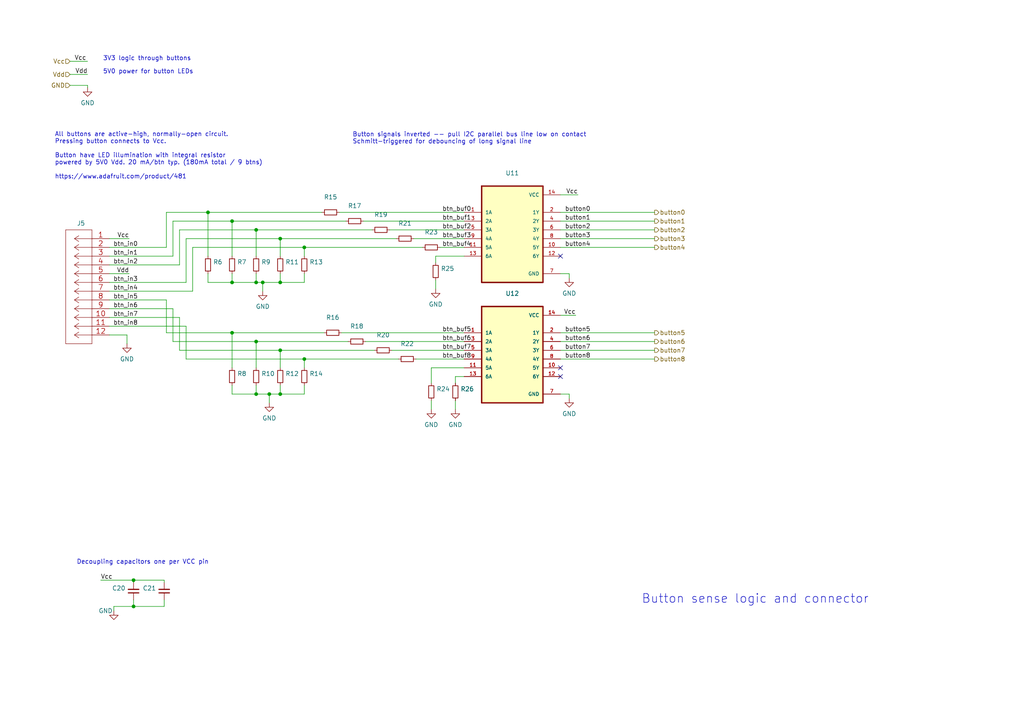
<source format=kicad_sch>
(kicad_sch (version 20211123) (generator eeschema)

  (uuid 78e32d8b-9ed8-4a39-855a-fcae25cb3b7c)

  (paper "A4")

  (lib_symbols
    (symbol "Aaron-Connectors:Molex-MicroLatch-53253-1270" (pin_names (offset 0.254) hide) (in_bom yes) (on_board yes)
      (property "Reference" "J" (id 0) (at 8.89 6.35 0)
        (effects (font (size 1.524 1.524)))
      )
      (property "Value" "Molex-MicroLatch-53253-1270" (id 1) (at 10.16 -31.75 0)
        (effects (font (size 1.524 1.524)))
      )
      (property "Footprint" "Aaron_THT:Molex-MicroLatch-53253-1270" (id 2) (at 8.89 -34.29 0)
        (effects (font (size 1.524 1.524)) hide)
      )
      (property "Datasheet" "https://www.molex.com/webdocs/datasheets/pdf/en-us/0532531270_PCB_HEADERS.pdf" (id 3) (at 5.08 8.89 0)
        (effects (font (size 1.524 1.524)) hide)
      )
      (property "MPN" "532531270" (id 4) (at 6.35 11.43 0)
        (effects (font (size 1.27 1.27)) hide)
      )
      (property "MANUFACTURER" "Molex" (id 5) (at 6.35 13.97 0)
        (effects (font (size 1.27 1.27)) hide)
      )
      (property "ki_description" "1x12 pin Molex Micro-Latch connector" (id 6) (at 0 0 0)
        (effects (font (size 1.27 1.27)) hide)
      )
      (property "ki_fp_filters" "CON_532531270_MOL" (id 7) (at 0 0 0)
        (effects (font (size 1.27 1.27)) hide)
      )
      (symbol "Molex-MicroLatch-53253-1270_1_1"
        (polyline
          (pts
            (xy 5.08 -30.48)
            (xy 12.7 -30.48)
          )
          (stroke (width 0.127) (type default) (color 0 0 0 0))
          (fill (type none))
        )
        (polyline
          (pts
            (xy 5.08 2.54)
            (xy 5.08 -30.48)
          )
          (stroke (width 0.127) (type default) (color 0 0 0 0))
          (fill (type none))
        )
        (polyline
          (pts
            (xy 10.16 -27.94)
            (xy 5.08 -27.94)
          )
          (stroke (width 0.127) (type default) (color 0 0 0 0))
          (fill (type none))
        )
        (polyline
          (pts
            (xy 10.16 -27.94)
            (xy 8.89 -28.7782)
          )
          (stroke (width 0.127) (type default) (color 0 0 0 0))
          (fill (type none))
        )
        (polyline
          (pts
            (xy 10.16 -27.94)
            (xy 8.89 -27.1018)
          )
          (stroke (width 0.127) (type default) (color 0 0 0 0))
          (fill (type none))
        )
        (polyline
          (pts
            (xy 10.16 -25.4)
            (xy 5.08 -25.4)
          )
          (stroke (width 0.127) (type default) (color 0 0 0 0))
          (fill (type none))
        )
        (polyline
          (pts
            (xy 10.16 -25.4)
            (xy 8.89 -26.2382)
          )
          (stroke (width 0.127) (type default) (color 0 0 0 0))
          (fill (type none))
        )
        (polyline
          (pts
            (xy 10.16 -25.4)
            (xy 8.89 -24.5618)
          )
          (stroke (width 0.127) (type default) (color 0 0 0 0))
          (fill (type none))
        )
        (polyline
          (pts
            (xy 10.16 -22.86)
            (xy 5.08 -22.86)
          )
          (stroke (width 0.127) (type default) (color 0 0 0 0))
          (fill (type none))
        )
        (polyline
          (pts
            (xy 10.16 -22.86)
            (xy 8.89 -23.6982)
          )
          (stroke (width 0.127) (type default) (color 0 0 0 0))
          (fill (type none))
        )
        (polyline
          (pts
            (xy 10.16 -22.86)
            (xy 8.89 -22.0218)
          )
          (stroke (width 0.127) (type default) (color 0 0 0 0))
          (fill (type none))
        )
        (polyline
          (pts
            (xy 10.16 -20.32)
            (xy 5.08 -20.32)
          )
          (stroke (width 0.127) (type default) (color 0 0 0 0))
          (fill (type none))
        )
        (polyline
          (pts
            (xy 10.16 -20.32)
            (xy 8.89 -21.1582)
          )
          (stroke (width 0.127) (type default) (color 0 0 0 0))
          (fill (type none))
        )
        (polyline
          (pts
            (xy 10.16 -20.32)
            (xy 8.89 -19.4818)
          )
          (stroke (width 0.127) (type default) (color 0 0 0 0))
          (fill (type none))
        )
        (polyline
          (pts
            (xy 10.16 -17.78)
            (xy 5.08 -17.78)
          )
          (stroke (width 0.127) (type default) (color 0 0 0 0))
          (fill (type none))
        )
        (polyline
          (pts
            (xy 10.16 -17.78)
            (xy 8.89 -18.6182)
          )
          (stroke (width 0.127) (type default) (color 0 0 0 0))
          (fill (type none))
        )
        (polyline
          (pts
            (xy 10.16 -17.78)
            (xy 8.89 -16.9418)
          )
          (stroke (width 0.127) (type default) (color 0 0 0 0))
          (fill (type none))
        )
        (polyline
          (pts
            (xy 10.16 -15.24)
            (xy 5.08 -15.24)
          )
          (stroke (width 0.127) (type default) (color 0 0 0 0))
          (fill (type none))
        )
        (polyline
          (pts
            (xy 10.16 -15.24)
            (xy 8.89 -16.0782)
          )
          (stroke (width 0.127) (type default) (color 0 0 0 0))
          (fill (type none))
        )
        (polyline
          (pts
            (xy 10.16 -15.24)
            (xy 8.89 -14.4018)
          )
          (stroke (width 0.127) (type default) (color 0 0 0 0))
          (fill (type none))
        )
        (polyline
          (pts
            (xy 10.16 -12.7)
            (xy 5.08 -12.7)
          )
          (stroke (width 0.127) (type default) (color 0 0 0 0))
          (fill (type none))
        )
        (polyline
          (pts
            (xy 10.16 -12.7)
            (xy 8.89 -13.5382)
          )
          (stroke (width 0.127) (type default) (color 0 0 0 0))
          (fill (type none))
        )
        (polyline
          (pts
            (xy 10.16 -12.7)
            (xy 8.89 -11.8618)
          )
          (stroke (width 0.127) (type default) (color 0 0 0 0))
          (fill (type none))
        )
        (polyline
          (pts
            (xy 10.16 -10.16)
            (xy 5.08 -10.16)
          )
          (stroke (width 0.127) (type default) (color 0 0 0 0))
          (fill (type none))
        )
        (polyline
          (pts
            (xy 10.16 -10.16)
            (xy 8.89 -10.9982)
          )
          (stroke (width 0.127) (type default) (color 0 0 0 0))
          (fill (type none))
        )
        (polyline
          (pts
            (xy 10.16 -10.16)
            (xy 8.89 -9.3218)
          )
          (stroke (width 0.127) (type default) (color 0 0 0 0))
          (fill (type none))
        )
        (polyline
          (pts
            (xy 10.16 -7.62)
            (xy 5.08 -7.62)
          )
          (stroke (width 0.127) (type default) (color 0 0 0 0))
          (fill (type none))
        )
        (polyline
          (pts
            (xy 10.16 -7.62)
            (xy 8.89 -8.4582)
          )
          (stroke (width 0.127) (type default) (color 0 0 0 0))
          (fill (type none))
        )
        (polyline
          (pts
            (xy 10.16 -7.62)
            (xy 8.89 -6.7818)
          )
          (stroke (width 0.127) (type default) (color 0 0 0 0))
          (fill (type none))
        )
        (polyline
          (pts
            (xy 10.16 -5.08)
            (xy 5.08 -5.08)
          )
          (stroke (width 0.127) (type default) (color 0 0 0 0))
          (fill (type none))
        )
        (polyline
          (pts
            (xy 10.16 -5.08)
            (xy 8.89 -5.9182)
          )
          (stroke (width 0.127) (type default) (color 0 0 0 0))
          (fill (type none))
        )
        (polyline
          (pts
            (xy 10.16 -5.08)
            (xy 8.89 -4.2418)
          )
          (stroke (width 0.127) (type default) (color 0 0 0 0))
          (fill (type none))
        )
        (polyline
          (pts
            (xy 10.16 -2.54)
            (xy 5.08 -2.54)
          )
          (stroke (width 0.127) (type default) (color 0 0 0 0))
          (fill (type none))
        )
        (polyline
          (pts
            (xy 10.16 -2.54)
            (xy 8.89 -3.3782)
          )
          (stroke (width 0.127) (type default) (color 0 0 0 0))
          (fill (type none))
        )
        (polyline
          (pts
            (xy 10.16 -2.54)
            (xy 8.89 -1.7018)
          )
          (stroke (width 0.127) (type default) (color 0 0 0 0))
          (fill (type none))
        )
        (polyline
          (pts
            (xy 10.16 0)
            (xy 5.08 0)
          )
          (stroke (width 0.127) (type default) (color 0 0 0 0))
          (fill (type none))
        )
        (polyline
          (pts
            (xy 10.16 0)
            (xy 8.89 -0.8382)
          )
          (stroke (width 0.127) (type default) (color 0 0 0 0))
          (fill (type none))
        )
        (polyline
          (pts
            (xy 10.16 0)
            (xy 8.89 0.8382)
          )
          (stroke (width 0.127) (type default) (color 0 0 0 0))
          (fill (type none))
        )
        (polyline
          (pts
            (xy 12.7 -30.48)
            (xy 12.7 2.54)
          )
          (stroke (width 0.127) (type default) (color 0 0 0 0))
          (fill (type none))
        )
        (polyline
          (pts
            (xy 12.7 2.54)
            (xy 5.08 2.54)
          )
          (stroke (width 0.127) (type default) (color 0 0 0 0))
          (fill (type none))
        )
        (pin passive line (at 0 0 0) (length 5.08)
          (name "1" (effects (font (size 1.4986 1.4986))))
          (number "1" (effects (font (size 1.4986 1.4986))))
        )
        (pin passive line (at 0 -22.86 0) (length 5.08)
          (name "10" (effects (font (size 1.4986 1.4986))))
          (number "10" (effects (font (size 1.4986 1.4986))))
        )
        (pin passive line (at 0 -25.4 0) (length 5.08)
          (name "11" (effects (font (size 1.4986 1.4986))))
          (number "11" (effects (font (size 1.4986 1.4986))))
        )
        (pin passive line (at 0 -27.94 0) (length 5.08)
          (name "12" (effects (font (size 1.4986 1.4986))))
          (number "12" (effects (font (size 1.4986 1.4986))))
        )
        (pin passive line (at 0 -2.54 0) (length 5.08)
          (name "2" (effects (font (size 1.4986 1.4986))))
          (number "2" (effects (font (size 1.4986 1.4986))))
        )
        (pin passive line (at 0 -5.08 0) (length 5.08)
          (name "3" (effects (font (size 1.4986 1.4986))))
          (number "3" (effects (font (size 1.4986 1.4986))))
        )
        (pin passive line (at 0 -7.62 0) (length 5.08)
          (name "4" (effects (font (size 1.4986 1.4986))))
          (number "4" (effects (font (size 1.4986 1.4986))))
        )
        (pin passive line (at 0 -10.16 0) (length 5.08)
          (name "5" (effects (font (size 1.4986 1.4986))))
          (number "5" (effects (font (size 1.4986 1.4986))))
        )
        (pin passive line (at 0 -12.7 0) (length 5.08)
          (name "6" (effects (font (size 1.4986 1.4986))))
          (number "6" (effects (font (size 1.4986 1.4986))))
        )
        (pin passive line (at 0 -15.24 0) (length 5.08)
          (name "7" (effects (font (size 1.4986 1.4986))))
          (number "7" (effects (font (size 1.4986 1.4986))))
        )
        (pin passive line (at 0 -17.78 0) (length 5.08)
          (name "8" (effects (font (size 1.4986 1.4986))))
          (number "8" (effects (font (size 1.4986 1.4986))))
        )
        (pin passive line (at 0 -20.32 0) (length 5.08)
          (name "9" (effects (font (size 1.4986 1.4986))))
          (number "9" (effects (font (size 1.4986 1.4986))))
        )
      )
    )
    (symbol "Aaron-TI-74xx:SN74LVC14AD" (pin_names (offset 1.016)) (in_bom yes) (on_board yes)
      (property "Reference" "U" (id 0) (at -12.7 16.2306 0)
        (effects (font (size 1.27 1.27)) (justify left bottom))
      )
      (property "Value" "SN74LVC14AD" (id 1) (at -12.7 -15.24 0)
        (effects (font (size 1.27 1.27)) (justify left bottom))
      )
      (property "Footprint" "Aaron_TI_Parts:TI_SOIC_D_R-PDSO-G14" (id 2) (at 0 -17.78 0)
        (effects (font (size 1.27 1.27)) (justify left bottom) hide)
      )
      (property "Datasheet" "https://www.ti.com/lit/ds/symlink/sn74lvc14a.pdf" (id 3) (at 0 -15.24 0)
        (effects (font (size 1.27 1.27)) (justify left bottom) hide)
      )
      (property "ki_description" "Hex Schmitt-trigger inverters, 3V3 with 5V0-tolerant inputs (SOIC)" (id 4) (at 0 0 0)
        (effects (font (size 1.27 1.27)) hide)
      )
      (symbol "SN74LVC14AD_0_0"
        (rectangle (start -12.7 15.24) (end 5.08 -12.7)
          (stroke (width 0.4064) (type default) (color 0 0 0 0))
          (fill (type background))
        )
        (pin input line (at -17.78 7.62 0) (length 5.08)
          (name "1A" (effects (font (size 1.016 1.016))))
          (number "1" (effects (font (size 1.016 1.016))))
        )
        (pin output line (at 10.16 -2.54 180) (length 5.08)
          (name "5Y" (effects (font (size 1.016 1.016))))
          (number "10" (effects (font (size 1.016 1.016))))
        )
        (pin input line (at -17.78 -2.54 0) (length 5.08)
          (name "5A" (effects (font (size 1.016 1.016))))
          (number "11" (effects (font (size 1.016 1.016))))
        )
        (pin output line (at 10.16 -5.08 180) (length 5.08)
          (name "6Y" (effects (font (size 1.016 1.016))))
          (number "12" (effects (font (size 1.016 1.016))))
        )
        (pin input line (at -17.78 -5.08 0) (length 5.08)
          (name "6A" (effects (font (size 1.016 1.016))))
          (number "13" (effects (font (size 1.016 1.016))))
        )
        (pin power_in line (at 10.16 12.7 180) (length 5.08)
          (name "VCC" (effects (font (size 1.016 1.016))))
          (number "14" (effects (font (size 1.016 1.016))))
        )
        (pin output line (at 10.16 7.62 180) (length 5.08)
          (name "1Y" (effects (font (size 1.016 1.016))))
          (number "2" (effects (font (size 1.016 1.016))))
        )
        (pin input line (at -17.78 5.08 0) (length 5.08)
          (name "2A" (effects (font (size 1.016 1.016))))
          (number "3" (effects (font (size 1.016 1.016))))
        )
        (pin output line (at 10.16 5.08 180) (length 5.08)
          (name "2Y" (effects (font (size 1.016 1.016))))
          (number "4" (effects (font (size 1.016 1.016))))
        )
        (pin input line (at -17.78 2.54 0) (length 5.08)
          (name "3A" (effects (font (size 1.016 1.016))))
          (number "5" (effects (font (size 1.016 1.016))))
        )
        (pin output line (at 10.16 2.54 180) (length 5.08)
          (name "3Y" (effects (font (size 1.016 1.016))))
          (number "6" (effects (font (size 1.016 1.016))))
        )
        (pin power_in line (at 10.16 -10.16 180) (length 5.08)
          (name "GND" (effects (font (size 1.016 1.016))))
          (number "7" (effects (font (size 1.016 1.016))))
        )
        (pin output line (at 10.16 0 180) (length 5.08)
          (name "4Y" (effects (font (size 1.016 1.016))))
          (number "8" (effects (font (size 1.016 1.016))))
        )
        (pin input line (at -17.78 0 0) (length 5.08)
          (name "4A" (effects (font (size 1.016 1.016))))
          (number "9" (effects (font (size 1.016 1.016))))
        )
      )
    )
    (symbol "Device:C_Small" (pin_numbers hide) (pin_names (offset 0.254) hide) (in_bom yes) (on_board yes)
      (property "Reference" "C" (id 0) (at 0.254 1.778 0)
        (effects (font (size 1.27 1.27)) (justify left))
      )
      (property "Value" "C_Small" (id 1) (at 0.254 -2.032 0)
        (effects (font (size 1.27 1.27)) (justify left))
      )
      (property "Footprint" "" (id 2) (at 0 0 0)
        (effects (font (size 1.27 1.27)) hide)
      )
      (property "Datasheet" "~" (id 3) (at 0 0 0)
        (effects (font (size 1.27 1.27)) hide)
      )
      (property "ki_keywords" "capacitor cap" (id 4) (at 0 0 0)
        (effects (font (size 1.27 1.27)) hide)
      )
      (property "ki_description" "Unpolarized capacitor, small symbol" (id 5) (at 0 0 0)
        (effects (font (size 1.27 1.27)) hide)
      )
      (property "ki_fp_filters" "C_*" (id 6) (at 0 0 0)
        (effects (font (size 1.27 1.27)) hide)
      )
      (symbol "C_Small_0_1"
        (polyline
          (pts
            (xy -1.524 -0.508)
            (xy 1.524 -0.508)
          )
          (stroke (width 0.3302) (type default) (color 0 0 0 0))
          (fill (type none))
        )
        (polyline
          (pts
            (xy -1.524 0.508)
            (xy 1.524 0.508)
          )
          (stroke (width 0.3048) (type default) (color 0 0 0 0))
          (fill (type none))
        )
      )
      (symbol "C_Small_1_1"
        (pin passive line (at 0 2.54 270) (length 2.032)
          (name "~" (effects (font (size 1.27 1.27))))
          (number "1" (effects (font (size 1.27 1.27))))
        )
        (pin passive line (at 0 -2.54 90) (length 2.032)
          (name "~" (effects (font (size 1.27 1.27))))
          (number "2" (effects (font (size 1.27 1.27))))
        )
      )
    )
    (symbol "Device:R_Small" (pin_numbers hide) (pin_names (offset 0.254) hide) (in_bom yes) (on_board yes)
      (property "Reference" "R" (id 0) (at 0.762 0.508 0)
        (effects (font (size 1.27 1.27)) (justify left))
      )
      (property "Value" "R_Small" (id 1) (at 0.762 -1.016 0)
        (effects (font (size 1.27 1.27)) (justify left))
      )
      (property "Footprint" "" (id 2) (at 0 0 0)
        (effects (font (size 1.27 1.27)) hide)
      )
      (property "Datasheet" "~" (id 3) (at 0 0 0)
        (effects (font (size 1.27 1.27)) hide)
      )
      (property "ki_keywords" "R resistor" (id 4) (at 0 0 0)
        (effects (font (size 1.27 1.27)) hide)
      )
      (property "ki_description" "Resistor, small symbol" (id 5) (at 0 0 0)
        (effects (font (size 1.27 1.27)) hide)
      )
      (property "ki_fp_filters" "R_*" (id 6) (at 0 0 0)
        (effects (font (size 1.27 1.27)) hide)
      )
      (symbol "R_Small_0_1"
        (rectangle (start -0.762 1.778) (end 0.762 -1.778)
          (stroke (width 0.2032) (type default) (color 0 0 0 0))
          (fill (type none))
        )
      )
      (symbol "R_Small_1_1"
        (pin passive line (at 0 2.54 270) (length 0.762)
          (name "~" (effects (font (size 1.27 1.27))))
          (number "1" (effects (font (size 1.27 1.27))))
        )
        (pin passive line (at 0 -2.54 90) (length 0.762)
          (name "~" (effects (font (size 1.27 1.27))))
          (number "2" (effects (font (size 1.27 1.27))))
        )
      )
    )
    (symbol "power:GND" (power) (pin_names (offset 0)) (in_bom yes) (on_board yes)
      (property "Reference" "#PWR" (id 0) (at 0 -6.35 0)
        (effects (font (size 1.27 1.27)) hide)
      )
      (property "Value" "GND" (id 1) (at 0 -3.81 0)
        (effects (font (size 1.27 1.27)))
      )
      (property "Footprint" "" (id 2) (at 0 0 0)
        (effects (font (size 1.27 1.27)) hide)
      )
      (property "Datasheet" "" (id 3) (at 0 0 0)
        (effects (font (size 1.27 1.27)) hide)
      )
      (property "ki_keywords" "power-flag" (id 4) (at 0 0 0)
        (effects (font (size 1.27 1.27)) hide)
      )
      (property "ki_description" "Power symbol creates a global label with name \"GND\" , ground" (id 5) (at 0 0 0)
        (effects (font (size 1.27 1.27)) hide)
      )
      (symbol "GND_0_1"
        (polyline
          (pts
            (xy 0 0)
            (xy 0 -1.27)
            (xy 1.27 -1.27)
            (xy 0 -2.54)
            (xy -1.27 -1.27)
            (xy 0 -1.27)
          )
          (stroke (width 0) (type default) (color 0 0 0 0))
          (fill (type none))
        )
      )
      (symbol "GND_1_1"
        (pin power_in line (at 0 0 270) (length 0) hide
          (name "GND" (effects (font (size 1.27 1.27))))
          (number "1" (effects (font (size 1.27 1.27))))
        )
      )
    )
  )

  (junction (at 67.31 64.135) (diameter 0) (color 0 0 0 0)
    (uuid 12e0e561-6d40-4d7a-a550-b0f2ac007025)
  )
  (junction (at 67.31 81.915) (diameter 0) (color 0 0 0 0)
    (uuid 16b3a3d4-65a0-41f3-8f8a-724d3ccecf70)
  )
  (junction (at 81.28 101.6) (diameter 0) (color 0 0 0 0)
    (uuid 1fa10e7d-a4a5-4f3a-9658-3bc20d4fa51b)
  )
  (junction (at 38.735 168.275) (diameter 0) (color 0 0 0 0)
    (uuid 2928d0b4-5ba9-4539-b0cf-6cd942f140b0)
  )
  (junction (at 81.28 81.915) (diameter 0) (color 0 0 0 0)
    (uuid 3f4fc8f5-ea24-4ea0-8ee3-a10851cd8c01)
  )
  (junction (at 81.28 69.215) (diameter 0) (color 0 0 0 0)
    (uuid 43c1b6ec-7c70-4b6b-8469-d0ae2ab53f6e)
  )
  (junction (at 38.735 175.895) (diameter 0) (color 0 0 0 0)
    (uuid 61040ed0-da4d-48d5-984c-1a4163f101fb)
  )
  (junction (at 88.265 104.14) (diameter 0) (color 0 0 0 0)
    (uuid 627e43ed-65f4-4775-b95d-5b6baefe8099)
  )
  (junction (at 74.295 66.675) (diameter 0) (color 0 0 0 0)
    (uuid 7b85f322-0927-44ed-a3a2-f88dfb7c68a9)
  )
  (junction (at 81.28 114.3) (diameter 0) (color 0 0 0 0)
    (uuid 7c26c24b-da0c-4fd9-ab29-1efbf39192fb)
  )
  (junction (at 74.295 81.915) (diameter 0) (color 0 0 0 0)
    (uuid 824bd324-0ecc-48f0-a694-5acbdb32f0cd)
  )
  (junction (at 74.295 114.3) (diameter 0) (color 0 0 0 0)
    (uuid 8ad39aa6-2dcd-4a8a-945a-de55ad7da472)
  )
  (junction (at 78.105 114.3) (diameter 0) (color 0 0 0 0)
    (uuid 95838bee-8191-453d-827a-9ea089a7f972)
  )
  (junction (at 88.265 71.755) (diameter 0) (color 0 0 0 0)
    (uuid b5b3da46-42ad-4731-9ce4-ab62b9ccedb7)
  )
  (junction (at 60.325 61.595) (diameter 0) (color 0 0 0 0)
    (uuid dac90bfd-2d5d-4307-bc82-a8543b9c654c)
  )
  (junction (at 67.31 96.52) (diameter 0) (color 0 0 0 0)
    (uuid e5f5d0e9-7007-41d5-9fb3-c85de64c8964)
  )
  (junction (at 76.2 81.915) (diameter 0) (color 0 0 0 0)
    (uuid f53e45d3-e0f5-491d-8cda-60122fb20ac0)
  )
  (junction (at 74.295 99.06) (diameter 0) (color 0 0 0 0)
    (uuid ff8da2a7-7318-4a25-9511-171631160163)
  )

  (no_connect (at 162.56 74.295) (uuid 4a95ec55-62d6-4ab0-9463-45e3951d474b))
  (no_connect (at 162.56 106.68) (uuid 4a95ec55-62d6-4ab0-9463-45e3951d474c))
  (no_connect (at 162.56 109.22) (uuid 4a95ec55-62d6-4ab0-9463-45e3951d474d))

  (wire (pts (xy 134.62 74.295) (xy 126.365 74.295))
    (stroke (width 0) (type default) (color 0 0 0 0))
    (uuid 0030cb4c-f2a8-49f6-866f-d4dcc7fcde9d)
  )
  (wire (pts (xy 162.56 61.595) (xy 189.865 61.595))
    (stroke (width 0) (type default) (color 0 0 0 0))
    (uuid 02208927-ed2c-4040-9627-fd682fba39f7)
  )
  (wire (pts (xy 132.08 109.22) (xy 132.08 111.125))
    (stroke (width 0) (type default) (color 0 0 0 0))
    (uuid 0370edea-a95c-4326-a769-48a6f4cbc2f1)
  )
  (wire (pts (xy 88.265 114.3) (xy 88.265 111.76))
    (stroke (width 0) (type default) (color 0 0 0 0))
    (uuid 05a06a12-7e9b-4ad8-9aed-2b49fa810ba6)
  )
  (wire (pts (xy 162.56 91.44) (xy 167.005 91.44))
    (stroke (width 0) (type default) (color 0 0 0 0))
    (uuid 0e3dc3a5-a76d-402d-86da-21a2a99d17fa)
  )
  (wire (pts (xy 74.295 66.675) (xy 107.95 66.675))
    (stroke (width 0) (type default) (color 0 0 0 0))
    (uuid 1158ac88-3330-466c-9dfc-18e29d56d15b)
  )
  (wire (pts (xy 74.295 99.06) (xy 100.965 99.06))
    (stroke (width 0) (type default) (color 0 0 0 0))
    (uuid 12b73d75-d89f-48c6-82cf-ce39c42a3385)
  )
  (wire (pts (xy 74.295 79.375) (xy 74.295 81.915))
    (stroke (width 0) (type default) (color 0 0 0 0))
    (uuid 12e9621d-d865-428d-8708-ef68a63edeb3)
  )
  (wire (pts (xy 60.325 61.595) (xy 60.325 74.295))
    (stroke (width 0) (type default) (color 0 0 0 0))
    (uuid 138140e1-f490-4609-86d6-96dcf433e23f)
  )
  (wire (pts (xy 31.75 86.995) (xy 48.26 86.995))
    (stroke (width 0) (type default) (color 0 0 0 0))
    (uuid 14e39794-242c-461b-a49b-2b7e2ad3e9ab)
  )
  (wire (pts (xy 53.975 69.215) (xy 53.975 81.915))
    (stroke (width 0) (type default) (color 0 0 0 0))
    (uuid 15509cf4-ee0d-4267-813f-d6e8046549c4)
  )
  (wire (pts (xy 31.75 76.835) (xy 52.07 76.835))
    (stroke (width 0) (type default) (color 0 0 0 0))
    (uuid 16251639-7772-41e1-9f63-02b1e7e74a60)
  )
  (wire (pts (xy 50.165 64.135) (xy 50.165 74.295))
    (stroke (width 0) (type default) (color 0 0 0 0))
    (uuid 1725cc05-0040-4af9-98bb-56ab2a343823)
  )
  (wire (pts (xy 76.2 81.915) (xy 76.2 84.455))
    (stroke (width 0) (type default) (color 0 0 0 0))
    (uuid 1aa8d04d-95c5-4f1c-a65a-8a709f7bd192)
  )
  (wire (pts (xy 113.03 66.675) (xy 134.62 66.675))
    (stroke (width 0) (type default) (color 0 0 0 0))
    (uuid 1f40c532-117c-400c-b04b-343a0ad68963)
  )
  (wire (pts (xy 162.56 104.14) (xy 189.865 104.14))
    (stroke (width 0) (type default) (color 0 0 0 0))
    (uuid 203afb34-079e-42af-8b74-7644878f10b2)
  )
  (wire (pts (xy 81.28 101.6) (xy 108.585 101.6))
    (stroke (width 0) (type default) (color 0 0 0 0))
    (uuid 2080b15a-58e9-42c3-b6ac-680016b17992)
  )
  (wire (pts (xy 20.32 24.765) (xy 25.4 24.765))
    (stroke (width 0) (type default) (color 0 0 0 0))
    (uuid 216501d6-c8aa-4f91-892c-5586b42e594d)
  )
  (wire (pts (xy 162.56 71.755) (xy 189.865 71.755))
    (stroke (width 0) (type default) (color 0 0 0 0))
    (uuid 22676d7d-317f-41f5-9648-629dcb976ea6)
  )
  (wire (pts (xy 74.295 114.3) (xy 78.105 114.3))
    (stroke (width 0) (type default) (color 0 0 0 0))
    (uuid 2422c311-1f2d-4964-969f-ed3438cb7864)
  )
  (wire (pts (xy 165.1 114.3) (xy 165.1 115.57))
    (stroke (width 0) (type default) (color 0 0 0 0))
    (uuid 2521dbe9-ebe1-44c2-b25a-fe5fa277002e)
  )
  (wire (pts (xy 74.295 106.68) (xy 74.295 99.06))
    (stroke (width 0) (type default) (color 0 0 0 0))
    (uuid 258e1fa2-d5f8-4cae-b584-70b9400bd746)
  )
  (wire (pts (xy 38.735 173.99) (xy 38.735 175.895))
    (stroke (width 0) (type default) (color 0 0 0 0))
    (uuid 260a9fd0-89f0-44cf-859b-ca4a762b5bf8)
  )
  (wire (pts (xy 162.56 96.52) (xy 189.865 96.52))
    (stroke (width 0) (type default) (color 0 0 0 0))
    (uuid 2710e586-c6fc-4da6-9c5d-7966cca5999b)
  )
  (wire (pts (xy 74.295 111.76) (xy 74.295 114.3))
    (stroke (width 0) (type default) (color 0 0 0 0))
    (uuid 271416bb-dd15-429b-b0ab-ccbf6f374f5c)
  )
  (wire (pts (xy 162.56 69.215) (xy 189.865 69.215))
    (stroke (width 0) (type default) (color 0 0 0 0))
    (uuid 27707410-8350-4b76-903d-701a9ee73d8c)
  )
  (wire (pts (xy 98.425 61.595) (xy 134.62 61.595))
    (stroke (width 0) (type default) (color 0 0 0 0))
    (uuid 2846b786-d93b-47a5-b50d-9c3cf8c01827)
  )
  (wire (pts (xy 67.31 79.375) (xy 67.31 81.915))
    (stroke (width 0) (type default) (color 0 0 0 0))
    (uuid 2851cb41-df6d-4ca2-897a-74eac1b4e66c)
  )
  (wire (pts (xy 60.325 81.915) (xy 67.31 81.915))
    (stroke (width 0) (type default) (color 0 0 0 0))
    (uuid 2a05cf45-3d93-4a92-919d-c2d556b0b0d3)
  )
  (wire (pts (xy 162.56 114.3) (xy 165.1 114.3))
    (stroke (width 0) (type default) (color 0 0 0 0))
    (uuid 2fab27ac-4ac3-409c-9f52-f1e7cdf98f91)
  )
  (wire (pts (xy 125.095 106.68) (xy 125.095 111.125))
    (stroke (width 0) (type default) (color 0 0 0 0))
    (uuid 30743afa-6ad4-46d1-a173-cf6c27c46117)
  )
  (wire (pts (xy 31.75 97.155) (xy 36.83 97.155))
    (stroke (width 0) (type default) (color 0 0 0 0))
    (uuid 32c46323-fce1-4e6d-b7bb-cddd7c1e877d)
  )
  (wire (pts (xy 50.165 64.135) (xy 67.31 64.135))
    (stroke (width 0) (type default) (color 0 0 0 0))
    (uuid 33b70452-212d-4e14-8787-76c8c3c7a40a)
  )
  (wire (pts (xy 132.08 109.22) (xy 134.62 109.22))
    (stroke (width 0) (type default) (color 0 0 0 0))
    (uuid 3827c2f2-d641-4ed7-b93e-8c6c998ee71c)
  )
  (wire (pts (xy 31.75 71.755) (xy 48.26 71.755))
    (stroke (width 0) (type default) (color 0 0 0 0))
    (uuid 3aeb491d-6894-4440-8912-826908e58d85)
  )
  (wire (pts (xy 81.28 81.915) (xy 88.265 81.915))
    (stroke (width 0) (type default) (color 0 0 0 0))
    (uuid 3b462b53-af09-4212-9a4f-8de0f571a3d7)
  )
  (wire (pts (xy 53.975 104.14) (xy 88.265 104.14))
    (stroke (width 0) (type default) (color 0 0 0 0))
    (uuid 3b4bc020-55e0-457f-a2cb-39905f37d95b)
  )
  (wire (pts (xy 31.75 92.075) (xy 52.07 92.075))
    (stroke (width 0) (type default) (color 0 0 0 0))
    (uuid 3d5279a8-0211-4c97-831d-84684554ea8c)
  )
  (wire (pts (xy 67.31 74.295) (xy 67.31 64.135))
    (stroke (width 0) (type default) (color 0 0 0 0))
    (uuid 480b7431-3b94-4b61-be86-042615e10a95)
  )
  (wire (pts (xy 31.75 74.295) (xy 50.165 74.295))
    (stroke (width 0) (type default) (color 0 0 0 0))
    (uuid 48f7c3a4-ed93-496b-95bf-1c805703c069)
  )
  (wire (pts (xy 38.735 168.275) (xy 47.625 168.275))
    (stroke (width 0) (type default) (color 0 0 0 0))
    (uuid 4a8014e6-77a8-46b7-be72-7fba52b0e71c)
  )
  (wire (pts (xy 48.26 61.595) (xy 60.325 61.595))
    (stroke (width 0) (type default) (color 0 0 0 0))
    (uuid 4ab3d9f5-b837-473c-9443-6634e8fba6c1)
  )
  (wire (pts (xy 88.265 81.915) (xy 88.265 79.375))
    (stroke (width 0) (type default) (color 0 0 0 0))
    (uuid 509f5f2a-78fd-4c3c-a74b-cec6a5043bec)
  )
  (wire (pts (xy 78.105 114.3) (xy 81.28 114.3))
    (stroke (width 0) (type default) (color 0 0 0 0))
    (uuid 53fe0510-9bb2-4414-aeb9-4ee04cdfc108)
  )
  (wire (pts (xy 132.08 116.205) (xy 132.08 118.745))
    (stroke (width 0) (type default) (color 0 0 0 0))
    (uuid 55b3fa04-4cb2-4c38-9a60-240e73abd106)
  )
  (wire (pts (xy 162.56 99.06) (xy 189.865 99.06))
    (stroke (width 0) (type default) (color 0 0 0 0))
    (uuid 5694bea6-8508-4fac-9147-04ab033b42d4)
  )
  (wire (pts (xy 33.02 175.895) (xy 33.02 177.165))
    (stroke (width 0) (type default) (color 0 0 0 0))
    (uuid 571450c6-93a2-4aa8-b12b-6c1ed78ba517)
  )
  (wire (pts (xy 53.975 94.615) (xy 53.975 104.14))
    (stroke (width 0) (type default) (color 0 0 0 0))
    (uuid 5865050b-40a0-40e6-84d8-e67f81acea98)
  )
  (wire (pts (xy 36.83 97.155) (xy 36.83 99.695))
    (stroke (width 0) (type default) (color 0 0 0 0))
    (uuid 58920e83-6f14-4540-b03e-cf9b89f5f317)
  )
  (wire (pts (xy 31.75 79.375) (xy 37.465 79.375))
    (stroke (width 0) (type default) (color 0 0 0 0))
    (uuid 5b1b7ea9-5d65-4684-bc4b-b2ad1eb9f72d)
  )
  (wire (pts (xy 55.88 71.755) (xy 88.265 71.755))
    (stroke (width 0) (type default) (color 0 0 0 0))
    (uuid 5cf5dc94-ec3d-4813-b186-854a4f97546b)
  )
  (wire (pts (xy 99.06 96.52) (xy 134.62 96.52))
    (stroke (width 0) (type default) (color 0 0 0 0))
    (uuid 5e2cf981-c879-4f7a-b8d5-f50781aec3da)
  )
  (wire (pts (xy 47.625 168.275) (xy 47.625 168.91))
    (stroke (width 0) (type default) (color 0 0 0 0))
    (uuid 616a14f0-f4c2-4e91-8f3b-463847020be7)
  )
  (wire (pts (xy 126.365 81.28) (xy 126.365 83.82))
    (stroke (width 0) (type default) (color 0 0 0 0))
    (uuid 659ca66d-77d2-4fbf-8076-8d93e7093ef1)
  )
  (wire (pts (xy 88.265 74.295) (xy 88.265 71.755))
    (stroke (width 0) (type default) (color 0 0 0 0))
    (uuid 65d1002b-4162-43ff-b3d3-6273c8915d85)
  )
  (wire (pts (xy 162.56 79.375) (xy 165.1 79.375))
    (stroke (width 0) (type default) (color 0 0 0 0))
    (uuid 65e6c372-2dbc-41ac-9d70-308fbde4477f)
  )
  (wire (pts (xy 38.735 168.275) (xy 38.735 168.91))
    (stroke (width 0) (type default) (color 0 0 0 0))
    (uuid 66094ec0-bf55-4c5f-a6d8-646acbefd538)
  )
  (wire (pts (xy 60.325 79.375) (xy 60.325 81.915))
    (stroke (width 0) (type default) (color 0 0 0 0))
    (uuid 66532128-4244-497d-aba3-bc5a191175e0)
  )
  (wire (pts (xy 127.635 71.755) (xy 134.62 71.755))
    (stroke (width 0) (type default) (color 0 0 0 0))
    (uuid 675a22f4-b3a9-48f6-a6fb-7e5086de89a1)
  )
  (wire (pts (xy 162.56 64.135) (xy 189.865 64.135))
    (stroke (width 0) (type default) (color 0 0 0 0))
    (uuid 6ac7a3ad-b39e-47d3-9605-9ef84d21a6d7)
  )
  (wire (pts (xy 74.295 81.915) (xy 76.2 81.915))
    (stroke (width 0) (type default) (color 0 0 0 0))
    (uuid 6b696f63-84a8-4a86-8543-f499e54440d8)
  )
  (wire (pts (xy 88.265 106.68) (xy 88.265 104.14))
    (stroke (width 0) (type default) (color 0 0 0 0))
    (uuid 6c5c6ab5-61f0-491b-9b04-69ef12cca912)
  )
  (wire (pts (xy 81.28 114.3) (xy 88.265 114.3))
    (stroke (width 0) (type default) (color 0 0 0 0))
    (uuid 6c70ffc2-a738-4bb2-826c-bc0bee95666a)
  )
  (wire (pts (xy 74.295 74.295) (xy 74.295 66.675))
    (stroke (width 0) (type default) (color 0 0 0 0))
    (uuid 6c9b4020-bb86-4f0a-bb0a-79a43cdaee99)
  )
  (wire (pts (xy 52.07 92.075) (xy 52.07 101.6))
    (stroke (width 0) (type default) (color 0 0 0 0))
    (uuid 6cbb0373-efe1-4204-909a-c84c17d12cc1)
  )
  (wire (pts (xy 67.31 111.76) (xy 67.31 114.3))
    (stroke (width 0) (type default) (color 0 0 0 0))
    (uuid 6e4000ff-1b41-4152-b554-6984a6668423)
  )
  (wire (pts (xy 106.045 99.06) (xy 134.62 99.06))
    (stroke (width 0) (type default) (color 0 0 0 0))
    (uuid 6ea90122-fbb4-458f-9b16-ed2da2952cc0)
  )
  (wire (pts (xy 53.975 69.215) (xy 81.28 69.215))
    (stroke (width 0) (type default) (color 0 0 0 0))
    (uuid 70a3f580-0d77-499d-8fdd-b5792cff4981)
  )
  (wire (pts (xy 126.365 74.295) (xy 126.365 76.2))
    (stroke (width 0) (type default) (color 0 0 0 0))
    (uuid 70c3166e-ceb9-4036-a041-6e9c2c4c9456)
  )
  (wire (pts (xy 52.07 66.675) (xy 74.295 66.675))
    (stroke (width 0) (type default) (color 0 0 0 0))
    (uuid 7197e7a6-3c23-4341-82e7-77f46f50c8f2)
  )
  (wire (pts (xy 31.75 69.215) (xy 37.465 69.215))
    (stroke (width 0) (type default) (color 0 0 0 0))
    (uuid 72da75f7-482b-49ed-9f4c-2ce3195dea2c)
  )
  (wire (pts (xy 162.56 56.515) (xy 167.64 56.515))
    (stroke (width 0) (type default) (color 0 0 0 0))
    (uuid 7380965c-05c9-46e1-affd-a014702dfcb0)
  )
  (wire (pts (xy 48.26 71.755) (xy 48.26 61.595))
    (stroke (width 0) (type default) (color 0 0 0 0))
    (uuid 749224df-df6b-400d-9e16-b47a5f7c8f0b)
  )
  (wire (pts (xy 67.31 96.52) (xy 93.98 96.52))
    (stroke (width 0) (type default) (color 0 0 0 0))
    (uuid 7882f005-16c9-40b5-b4a1-3454bbc64105)
  )
  (wire (pts (xy 120.65 104.14) (xy 134.62 104.14))
    (stroke (width 0) (type default) (color 0 0 0 0))
    (uuid 7ca69eb3-2e52-4ae0-a990-0eb21b8c6d68)
  )
  (wire (pts (xy 125.095 116.205) (xy 125.095 118.745))
    (stroke (width 0) (type default) (color 0 0 0 0))
    (uuid 85d36ddd-6cbe-4ec3-b193-240962ba288b)
  )
  (wire (pts (xy 162.56 66.675) (xy 189.865 66.675))
    (stroke (width 0) (type default) (color 0 0 0 0))
    (uuid 8769c9ff-be2d-451a-88d7-4963b4fa6f5a)
  )
  (wire (pts (xy 78.105 114.3) (xy 78.105 116.84))
    (stroke (width 0) (type default) (color 0 0 0 0))
    (uuid 8b4c827f-184b-468e-840b-4ab23f2c58ab)
  )
  (wire (pts (xy 55.88 84.455) (xy 55.88 71.755))
    (stroke (width 0) (type default) (color 0 0 0 0))
    (uuid 9106e291-06ef-41bd-9a8b-34addc074c67)
  )
  (wire (pts (xy 25.4 24.765) (xy 25.4 25.4))
    (stroke (width 0) (type default) (color 0 0 0 0))
    (uuid 97d4730b-aa28-4af4-836d-45673ff6fd56)
  )
  (wire (pts (xy 52.07 76.835) (xy 52.07 66.675))
    (stroke (width 0) (type default) (color 0 0 0 0))
    (uuid 9801eb15-6862-454f-b202-4b231ccee0b3)
  )
  (wire (pts (xy 76.2 81.915) (xy 81.28 81.915))
    (stroke (width 0) (type default) (color 0 0 0 0))
    (uuid 9b86023e-de93-4f36-bf0c-b36d32395b27)
  )
  (wire (pts (xy 67.31 64.135) (xy 100.33 64.135))
    (stroke (width 0) (type default) (color 0 0 0 0))
    (uuid 9d74b26a-76b6-4c34-a8d0-ea7dab6aa906)
  )
  (wire (pts (xy 31.75 89.535) (xy 50.165 89.535))
    (stroke (width 0) (type default) (color 0 0 0 0))
    (uuid 9e840ebd-fe71-4389-bdae-4905b7301b9a)
  )
  (wire (pts (xy 47.625 173.99) (xy 47.625 175.895))
    (stroke (width 0) (type default) (color 0 0 0 0))
    (uuid a4e20833-c5c4-4ff7-ac35-d2f4e33f50b5)
  )
  (wire (pts (xy 60.325 61.595) (xy 93.345 61.595))
    (stroke (width 0) (type default) (color 0 0 0 0))
    (uuid a580dd40-6826-418a-a3dd-bc13dfb36492)
  )
  (wire (pts (xy 33.02 175.895) (xy 38.735 175.895))
    (stroke (width 0) (type default) (color 0 0 0 0))
    (uuid a9be653a-b313-43be-8930-c27f5e0820ab)
  )
  (wire (pts (xy 20.32 21.59) (xy 25.4 21.59))
    (stroke (width 0) (type default) (color 0 0 0 0))
    (uuid ad7567bf-07a1-40db-a6de-7ff1565df66a)
  )
  (wire (pts (xy 67.31 81.915) (xy 74.295 81.915))
    (stroke (width 0) (type default) (color 0 0 0 0))
    (uuid ae3e9114-2851-4b39-99e5-c37e15fb99ab)
  )
  (wire (pts (xy 31.75 81.915) (xy 53.975 81.915))
    (stroke (width 0) (type default) (color 0 0 0 0))
    (uuid b00021fe-b2bc-4244-b7d7-b3a732ea0e05)
  )
  (wire (pts (xy 81.28 111.76) (xy 81.28 114.3))
    (stroke (width 0) (type default) (color 0 0 0 0))
    (uuid b1ab9d4e-f92b-4f60-a4ad-8dc78ab10458)
  )
  (wire (pts (xy 31.75 84.455) (xy 55.88 84.455))
    (stroke (width 0) (type default) (color 0 0 0 0))
    (uuid b31f16b3-d3e5-44e9-86e2-3b1f5c91db32)
  )
  (wire (pts (xy 113.665 101.6) (xy 134.62 101.6))
    (stroke (width 0) (type default) (color 0 0 0 0))
    (uuid b65ebda3-e1d6-4d9a-b88d-970a2193e3ec)
  )
  (wire (pts (xy 74.295 99.06) (xy 50.165 99.06))
    (stroke (width 0) (type default) (color 0 0 0 0))
    (uuid b6f75278-b923-4e5d-91cb-9cc8c2b79097)
  )
  (wire (pts (xy 29.21 168.275) (xy 38.735 168.275))
    (stroke (width 0) (type default) (color 0 0 0 0))
    (uuid b83a63ae-ecbf-4ec1-b9ae-2807b25f7d0e)
  )
  (wire (pts (xy 88.265 104.14) (xy 115.57 104.14))
    (stroke (width 0) (type default) (color 0 0 0 0))
    (uuid b89ae492-8dbb-4720-96ae-91360a8660d7)
  )
  (wire (pts (xy 48.26 86.995) (xy 48.26 96.52))
    (stroke (width 0) (type default) (color 0 0 0 0))
    (uuid b9a2cc5f-063a-4564-8d06-fca52e6cb726)
  )
  (wire (pts (xy 81.28 69.215) (xy 114.935 69.215))
    (stroke (width 0) (type default) (color 0 0 0 0))
    (uuid bed3cd76-7e03-4d21-9218-5587c00b0a1b)
  )
  (wire (pts (xy 48.26 96.52) (xy 67.31 96.52))
    (stroke (width 0) (type default) (color 0 0 0 0))
    (uuid ca7fcac9-f746-408a-afd5-d2e44b61715c)
  )
  (wire (pts (xy 31.75 94.615) (xy 53.975 94.615))
    (stroke (width 0) (type default) (color 0 0 0 0))
    (uuid cd00c1b4-f42d-48c1-997e-25c0b15fafe6)
  )
  (wire (pts (xy 81.28 79.375) (xy 81.28 81.915))
    (stroke (width 0) (type default) (color 0 0 0 0))
    (uuid cebf314a-066e-4a5c-9056-333e91d701fa)
  )
  (wire (pts (xy 88.265 71.755) (xy 122.555 71.755))
    (stroke (width 0) (type default) (color 0 0 0 0))
    (uuid d012336a-c822-4ad9-b694-344f9e761ddc)
  )
  (wire (pts (xy 81.28 74.295) (xy 81.28 69.215))
    (stroke (width 0) (type default) (color 0 0 0 0))
    (uuid d151fc8b-f6d8-44d3-9844-cd7f0a2a2fd0)
  )
  (wire (pts (xy 120.015 69.215) (xy 134.62 69.215))
    (stroke (width 0) (type default) (color 0 0 0 0))
    (uuid d1eb8191-d773-4671-b660-c8eb16327820)
  )
  (wire (pts (xy 20.32 17.78) (xy 25.4 17.78))
    (stroke (width 0) (type default) (color 0 0 0 0))
    (uuid d2b02d14-c7e1-4608-818c-455d2c37399f)
  )
  (wire (pts (xy 38.735 175.895) (xy 47.625 175.895))
    (stroke (width 0) (type default) (color 0 0 0 0))
    (uuid d5050441-be7e-4f36-8770-29b9cf236138)
  )
  (wire (pts (xy 50.165 99.06) (xy 50.165 89.535))
    (stroke (width 0) (type default) (color 0 0 0 0))
    (uuid de05fb9a-bb20-45ae-8ded-985337375cc2)
  )
  (wire (pts (xy 67.31 114.3) (xy 74.295 114.3))
    (stroke (width 0) (type default) (color 0 0 0 0))
    (uuid e22c72cb-f983-4c3b-965f-f94e015c5082)
  )
  (wire (pts (xy 67.31 106.68) (xy 67.31 96.52))
    (stroke (width 0) (type default) (color 0 0 0 0))
    (uuid f454b96e-d33d-4c81-9b5d-54660255140c)
  )
  (wire (pts (xy 165.1 79.375) (xy 165.1 80.645))
    (stroke (width 0) (type default) (color 0 0 0 0))
    (uuid f4ba0e0f-7b19-403d-a325-a6a1d50c7d84)
  )
  (wire (pts (xy 105.41 64.135) (xy 134.62 64.135))
    (stroke (width 0) (type default) (color 0 0 0 0))
    (uuid f5188930-5da5-40be-9ad6-30250ce94280)
  )
  (wire (pts (xy 162.56 101.6) (xy 189.865 101.6))
    (stroke (width 0) (type default) (color 0 0 0 0))
    (uuid fc0628d7-123f-4112-819c-2d0291fa9a94)
  )
  (wire (pts (xy 81.28 106.68) (xy 81.28 101.6))
    (stroke (width 0) (type default) (color 0 0 0 0))
    (uuid ff9f93a4-ab99-4141-9b5f-6c7fd5a1e825)
  )
  (wire (pts (xy 52.07 101.6) (xy 81.28 101.6))
    (stroke (width 0) (type default) (color 0 0 0 0))
    (uuid ffbb195b-ed96-4482-9ca0-e0556d0b0c21)
  )
  (wire (pts (xy 125.095 106.68) (xy 134.62 106.68))
    (stroke (width 0) (type default) (color 0 0 0 0))
    (uuid ffdc1125-4647-4863-84f8-8ea59bd012c0)
  )

  (text "All buttons are active-high, normally-open circuit.\nPressing button connects to Vcc.\n\nButton have LED illumination with integral resistor\npowered by 5V0 Vdd. 20 mA/btn typ. (180mA total / 9 btns)\n\nhttps://www.adafruit.com/product/481"
    (at 15.875 52.07 0)
    (effects (font (size 1.27 1.27)) (justify left bottom))
    (uuid 05c38457-178f-4856-9944-a45367c2d79c)
  )
  (text "5V0 power for button LEDs" (at 29.845 21.59 0)
    (effects (font (size 1.27 1.27)) (justify left bottom))
    (uuid 1b8b6f8b-213e-424a-8050-57b40b7e6594)
  )
  (text "Button sense logic and connector" (at 186.055 175.26 0)
    (effects (font (size 2.54 2.54)) (justify left bottom))
    (uuid 825283b4-b3b7-42e2-b48d-de89ac1aa60c)
  )
  (text "3V3 logic through buttons" (at 29.845 17.78 0)
    (effects (font (size 1.27 1.27)) (justify left bottom))
    (uuid 9d27d99d-a38e-4269-89ab-f382553344f3)
  )
  (text "Button signals inverted -- pull I2C parallel bus line low on contact\nSchmitt-triggered for debouncing of long signal line"
    (at 102.235 41.91 0)
    (effects (font (size 1.27 1.27)) (justify left bottom))
    (uuid a795b0eb-b8c9-43dc-ae96-27113a1bc00a)
  )
  (text "Decoupling capacitors one per VCC pin" (at 22.225 163.83 0)
    (effects (font (size 1.27 1.27)) (justify left bottom))
    (uuid afb2562b-53d3-4372-b122-a1d97ea2dd3a)
  )

  (label "button3" (at 163.83 69.215 0)
    (effects (font (size 1.27 1.27)) (justify left bottom))
    (uuid 052073ec-d54d-4901-b25e-deaa0b0a319c)
  )
  (label "Vcc" (at 167.005 91.44 180)
    (effects (font (size 1.27 1.27)) (justify right bottom))
    (uuid 118e602c-2598-485e-b8ed-e7f9a13f43fc)
  )
  (label "btn_buf2" (at 128.27 66.675 0)
    (effects (font (size 1.27 1.27)) (justify left bottom))
    (uuid 16145933-871d-4989-899a-a4dd889a8176)
  )
  (label "Vcc" (at 37.465 69.215 180)
    (effects (font (size 1.27 1.27)) (justify right bottom))
    (uuid 2351cf84-d92d-4a17-91a8-49f9526a3876)
  )
  (label "button4" (at 163.83 71.755 0)
    (effects (font (size 1.27 1.27)) (justify left bottom))
    (uuid 2d6f0a2f-17c6-46d5-bad8-5334fe760bb6)
  )
  (label "Vcc" (at 29.21 168.275 0)
    (effects (font (size 1.27 1.27)) (justify left bottom))
    (uuid 33bd872a-4300-4d20-85e6-7ee88cfa5687)
  )
  (label "Vdd" (at 25.4 21.59 180)
    (effects (font (size 1.27 1.27)) (justify right bottom))
    (uuid 359b9267-4032-4531-9ace-c637c0bfee83)
  )
  (label "button1" (at 163.83 64.135 0)
    (effects (font (size 1.27 1.27)) (justify left bottom))
    (uuid 36a131bb-a1e1-4ad9-80b9-755d35b51a1c)
  )
  (label "button5" (at 163.83 96.52 0)
    (effects (font (size 1.27 1.27)) (justify left bottom))
    (uuid 4c7a3b14-2258-4e10-b332-0adea5b8267c)
  )
  (label "button2" (at 163.83 66.675 0)
    (effects (font (size 1.27 1.27)) (justify left bottom))
    (uuid 4e2bbcde-171a-4b7f-a0f5-b9704eac945e)
  )
  (label "btn_buf4" (at 128.27 71.755 0)
    (effects (font (size 1.27 1.27)) (justify left bottom))
    (uuid 586f8c73-9415-4816-9639-386d117077ef)
  )
  (label "Vdd" (at 37.465 79.375 180)
    (effects (font (size 1.27 1.27)) (justify right bottom))
    (uuid 67adf27e-9f51-4b56-80cf-8a13651576a2)
  )
  (label "btn_buf1" (at 128.27 64.135 0)
    (effects (font (size 1.27 1.27)) (justify left bottom))
    (uuid 6f49e6ad-7398-4e53-a74d-01b73ea1850b)
  )
  (label "btn_in2" (at 40.005 76.835 180)
    (effects (font (size 1.27 1.27)) (justify right bottom))
    (uuid 77f0b5c3-1741-4f75-a33b-4bf31cdf05e7)
  )
  (label "btn_in7" (at 40.005 92.075 180)
    (effects (font (size 1.27 1.27)) (justify right bottom))
    (uuid 85313fa7-174d-4ba2-8ccc-44a564b9ad95)
  )
  (label "btn_in4" (at 40.005 84.455 180)
    (effects (font (size 1.27 1.27)) (justify right bottom))
    (uuid 8634daed-ba9a-4b41-8dc9-c5a4081ef8b7)
  )
  (label "btn_buf8" (at 128.27 104.14 0)
    (effects (font (size 1.27 1.27)) (justify left bottom))
    (uuid 88850f44-e7b2-4a01-a02e-7e7517edc982)
  )
  (label "Vcc" (at 21.59 17.78 0)
    (effects (font (size 1.27 1.27)) (justify left bottom))
    (uuid 92a1214a-cd58-4d16-9bf6-22ea9e937b66)
  )
  (label "btn_buf0" (at 128.27 61.595 0)
    (effects (font (size 1.27 1.27)) (justify left bottom))
    (uuid 930f861b-7cf7-4932-bbcb-bc0d02c8e4b0)
  )
  (label "btn_in3" (at 40.005 81.915 180)
    (effects (font (size 1.27 1.27)) (justify right bottom))
    (uuid 930f9912-8993-4e09-a189-56f2af054baf)
  )
  (label "btn_buf5" (at 128.27 96.52 0)
    (effects (font (size 1.27 1.27)) (justify left bottom))
    (uuid 97e7f505-c8e4-4103-acce-a5b69bcd29f2)
  )
  (label "button0" (at 163.83 61.595 0)
    (effects (font (size 1.27 1.27)) (justify left bottom))
    (uuid 98ea9733-5f6b-44ba-8b2c-c6b6c6d6e818)
  )
  (label "Vcc" (at 167.64 56.515 180)
    (effects (font (size 1.27 1.27)) (justify right bottom))
    (uuid a40ee5b7-dc0d-4367-b77d-4aa36834ef46)
  )
  (label "btn_in5" (at 40.005 86.995 180)
    (effects (font (size 1.27 1.27)) (justify right bottom))
    (uuid aa9d1092-2092-49d5-9eaf-02b238c8237c)
  )
  (label "btn_buf6" (at 128.27 99.06 0)
    (effects (font (size 1.27 1.27)) (justify left bottom))
    (uuid b9e758a7-691b-484f-8a7d-ef95aae60f9d)
  )
  (label "btn_buf3" (at 128.27 69.215 0)
    (effects (font (size 1.27 1.27)) (justify left bottom))
    (uuid c25c2d76-86b2-4ac4-a4d4-6dffb3dde99e)
  )
  (label "btn_in6" (at 40.005 89.535 180)
    (effects (font (size 1.27 1.27)) (justify right bottom))
    (uuid c344d4f3-06dc-47d5-9c5f-cadc5e032f42)
  )
  (label "btn_in8" (at 40.005 94.615 180)
    (effects (font (size 1.27 1.27)) (justify right bottom))
    (uuid cbe4c958-9f3c-4504-ba86-a6acfaec5f55)
  )
  (label "btn_buf7" (at 128.27 101.6 0)
    (effects (font (size 1.27 1.27)) (justify left bottom))
    (uuid d52b19e1-fd48-4abb-8e67-527a18637d56)
  )
  (label "button8" (at 163.83 104.14 0)
    (effects (font (size 1.27 1.27)) (justify left bottom))
    (uuid ef2db410-73e0-4f9a-a2b3-12e70ea7cf86)
  )
  (label "btn_in0" (at 40.005 71.755 180)
    (effects (font (size 1.27 1.27)) (justify right bottom))
    (uuid f12711db-4285-42ed-aaa9-65031c0ddcab)
  )
  (label "btn_in1" (at 40.005 74.295 180)
    (effects (font (size 1.27 1.27)) (justify right bottom))
    (uuid f34b4507-f5d7-4b15-9ede-8d76d9cea360)
  )
  (label "button6" (at 163.83 99.06 0)
    (effects (font (size 1.27 1.27)) (justify left bottom))
    (uuid f9c6dfcb-80e7-403c-8957-3a40629b8e1f)
  )
  (label "button7" (at 163.83 101.6 0)
    (effects (font (size 1.27 1.27)) (justify left bottom))
    (uuid ff29f1ce-7a75-43bf-93ef-256a3a8cc4bf)
  )

  (hierarchical_label "button8" (shape output) (at 189.865 104.14 0)
    (effects (font (size 1.27 1.27)) (justify left))
    (uuid 01608385-10de-4929-9e54-d159000b6a64)
  )
  (hierarchical_label "Vdd" (shape input) (at 20.32 21.59 180)
    (effects (font (size 1.27 1.27)) (justify right))
    (uuid 0ee670a7-203d-48da-8c32-4888dcf7976b)
  )
  (hierarchical_label "button1" (shape output) (at 189.865 64.135 0)
    (effects (font (size 1.27 1.27)) (justify left))
    (uuid 10e68e31-3ff4-426b-aaaa-36f243ea70df)
  )
  (hierarchical_label "button7" (shape output) (at 189.865 101.6 0)
    (effects (font (size 1.27 1.27)) (justify left))
    (uuid 362f68a8-895f-496c-853c-520db05fda86)
  )
  (hierarchical_label "button5" (shape output) (at 189.865 96.52 0)
    (effects (font (size 1.27 1.27)) (justify left))
    (uuid 49272467-f216-4a96-b6e2-ce251bd7c549)
  )
  (hierarchical_label "button4" (shape output) (at 189.865 71.755 0)
    (effects (font (size 1.27 1.27)) (justify left))
    (uuid 81ed3bac-cfd4-4595-a1ef-ec3c434cd8e8)
  )
  (hierarchical_label "GND" (shape input) (at 20.32 24.765 180)
    (effects (font (size 1.27 1.27)) (justify right))
    (uuid 82746dd0-8c7a-461b-8c5d-5d69f9f88721)
  )
  (hierarchical_label "Vcc" (shape input) (at 20.32 17.78 180)
    (effects (font (size 1.27 1.27)) (justify right))
    (uuid 89859898-3f23-4963-b340-3cc74c051526)
  )
  (hierarchical_label "button0" (shape output) (at 189.865 61.595 0)
    (effects (font (size 1.27 1.27)) (justify left))
    (uuid 9e9d450e-de6b-45d0-b585-4e86f462281e)
  )
  (hierarchical_label "button2" (shape output) (at 189.865 66.675 0)
    (effects (font (size 1.27 1.27)) (justify left))
    (uuid add81bce-9a48-4055-8b26-d998e5f03e39)
  )
  (hierarchical_label "button6" (shape output) (at 189.865 99.06 0)
    (effects (font (size 1.27 1.27)) (justify left))
    (uuid b920e047-1e2c-43b4-b6b0-e5906e2e677d)
  )
  (hierarchical_label "button3" (shape output) (at 189.865 69.215 0)
    (effects (font (size 1.27 1.27)) (justify left))
    (uuid edd5fe45-3e60-4e35-a614-a183d75c2519)
  )

  (symbol (lib_id "power:GND") (at 36.83 99.695 0) (unit 1)
    (in_bom yes) (on_board yes) (fields_autoplaced)
    (uuid 0b8cedd7-c84d-4d9d-b0cb-aa4e1e65bf92)
    (property "Reference" "#PWR047" (id 0) (at 36.83 106.045 0)
      (effects (font (size 1.27 1.27)) hide)
    )
    (property "Value" "GND" (id 1) (at 36.83 104.1384 0))
    (property "Footprint" "" (id 2) (at 36.83 99.695 0)
      (effects (font (size 1.27 1.27)) hide)
    )
    (property "Datasheet" "" (id 3) (at 36.83 99.695 0)
      (effects (font (size 1.27 1.27)) hide)
    )
    (pin "1" (uuid 0d310f5b-f974-4b65-8bdb-04958547812d))
  )

  (symbol (lib_id "Device:R_Small") (at 103.505 99.06 90) (unit 1)
    (in_bom yes) (on_board yes) (fields_autoplaced)
    (uuid 17b1d1dd-3ee6-401e-96fb-852ab4e92c86)
    (property "Reference" "R18" (id 0) (at 103.505 94.6236 90))
    (property "Value" "" (id 1) (at 103.505 97.1605 90))
    (property "Footprint" "" (id 2) (at 103.505 99.06 0)
      (effects (font (size 1.27 1.27)) hide)
    )
    (property "Datasheet" "~" (id 3) (at 103.505 99.06 0)
      (effects (font (size 1.27 1.27)) hide)
    )
    (property "Comment" "470R 0603 resistor; +/-1%; 1/10W " (id 4) (at 103.505 99.06 0)
      (effects (font (size 1.27 1.27)) hide)
    )
    (property "MANUFACTURER" "YAEGO" (id 5) (at 103.505 99.06 0)
      (effects (font (size 1.27 1.27)) hide)
    )
    (property "MPN" "RC0603FR-07470RL" (id 6) (at 103.505 99.06 0)
      (effects (font (size 1.27 1.27)) hide)
    )
    (pin "1" (uuid 2e02098d-765e-4884-adc6-7c9d2dc6942c))
    (pin "2" (uuid d22f68b8-3dc2-40bd-a1ff-8e8e46f67a42))
  )

  (symbol (lib_id "Device:R_Small") (at 67.31 76.835 0) (unit 1)
    (in_bom yes) (on_board yes) (fields_autoplaced)
    (uuid 198fe6a7-b357-4546-9732-c737db005844)
    (property "Reference" "R7" (id 0) (at 68.8086 76.0003 0)
      (effects (font (size 1.27 1.27)) (justify left))
    )
    (property "Value" "" (id 1) (at 68.8086 78.5372 0)
      (effects (font (size 1.27 1.27)) (justify left))
    )
    (property "Footprint" "" (id 2) (at 67.31 76.835 0)
      (effects (font (size 1.27 1.27)) hide)
    )
    (property "Datasheet" "~" (id 3) (at 67.31 76.835 0)
      (effects (font (size 1.27 1.27)) hide)
    )
    (property "Comment" "10K 0603 resistor; +/-1%; 1/10W " (id 4) (at 67.31 76.835 0)
      (effects (font (size 1.27 1.27)) hide)
    )
    (property "MANUFACTURER" "YAEGO" (id 5) (at 67.31 76.835 0)
      (effects (font (size 1.27 1.27)) hide)
    )
    (property "MPN" "RC0603FR-0710KL" (id 6) (at 67.31 76.835 0)
      (effects (font (size 1.27 1.27)) hide)
    )
    (pin "1" (uuid 97de171d-fd60-4b04-8a11-54aca13bc379))
    (pin "2" (uuid 966d251e-6644-4caf-8cdc-47d06cdd69f6))
  )

  (symbol (lib_id "Device:C_Small") (at 47.625 171.45 0) (mirror x) (unit 1)
    (in_bom yes) (on_board yes) (fields_autoplaced)
    (uuid 2954f6e3-4b2e-4c39-98ac-63c76d2a57b0)
    (property "Reference" "C21" (id 0) (at 45.3009 170.6089 0)
      (effects (font (size 1.27 1.27)) (justify right))
    )
    (property "Value" "" (id 1) (at 45.3009 173.1458 0)
      (effects (font (size 1.27 1.27)) (justify right))
    )
    (property "Footprint" "" (id 2) (at 47.625 171.45 0)
      (effects (font (size 1.27 1.27)) hide)
    )
    (property "Datasheet" "https://datasheets.kyocera-avx.com/X7RDielectric.pdf" (id 3) (at 47.625 171.45 0)
      (effects (font (size 1.27 1.27)) hide)
    )
    (property "Comment" "100nF 5% 6.3V 0603 X7R ceramic; 20mOhm < ESR < 10 Ohm" (id 4) (at 47.625 171.45 0)
      (effects (font (size 1.27 1.27)) hide)
    )
    (property "MANUFACTURER" "KYOCERA" (id 5) (at 47.625 171.45 0)
      (effects (font (size 1.27 1.27)) hide)
    )
    (property "MPN" "06036C104JAT2A" (id 6) (at 47.625 171.45 0)
      (effects (font (size 1.27 1.27)) hide)
    )
    (pin "1" (uuid eb527197-c987-470e-ab02-946bae79cfcb))
    (pin "2" (uuid fa4f94b3-e747-4d3d-939a-9c69807a5063))
  )

  (symbol (lib_id "Device:R_Small") (at 67.31 109.22 0) (unit 1)
    (in_bom yes) (on_board yes) (fields_autoplaced)
    (uuid 3216cd88-19f7-4d84-8c70-41487269a598)
    (property "Reference" "R8" (id 0) (at 68.8086 108.3853 0)
      (effects (font (size 1.27 1.27)) (justify left))
    )
    (property "Value" "" (id 1) (at 68.8086 110.9222 0)
      (effects (font (size 1.27 1.27)) (justify left))
    )
    (property "Footprint" "" (id 2) (at 67.31 109.22 0)
      (effects (font (size 1.27 1.27)) hide)
    )
    (property "Datasheet" "~" (id 3) (at 67.31 109.22 0)
      (effects (font (size 1.27 1.27)) hide)
    )
    (property "Comment" "10K 0603 resistor; +/-1%; 1/10W " (id 4) (at 67.31 109.22 0)
      (effects (font (size 1.27 1.27)) hide)
    )
    (property "MANUFACTURER" "YAEGO" (id 5) (at 67.31 109.22 0)
      (effects (font (size 1.27 1.27)) hide)
    )
    (property "MPN" "RC0603FR-0710KL" (id 6) (at 67.31 109.22 0)
      (effects (font (size 1.27 1.27)) hide)
    )
    (pin "1" (uuid 2f13a8ae-aa22-48d1-80fc-09abb76c619d))
    (pin "2" (uuid e6ea1563-bd2b-42fa-bcf3-5240ae0a24dc))
  )

  (symbol (lib_id "Device:R_Small") (at 118.11 104.14 90) (unit 1)
    (in_bom yes) (on_board yes) (fields_autoplaced)
    (uuid 36220be9-86fc-47db-9fbb-26081ba4cf36)
    (property "Reference" "R22" (id 0) (at 118.11 99.7036 90))
    (property "Value" "" (id 1) (at 118.11 102.2405 90))
    (property "Footprint" "" (id 2) (at 118.11 104.14 0)
      (effects (font (size 1.27 1.27)) hide)
    )
    (property "Datasheet" "~" (id 3) (at 118.11 104.14 0)
      (effects (font (size 1.27 1.27)) hide)
    )
    (property "Comment" "470R 0603 resistor; +/-1%; 1/10W " (id 4) (at 118.11 104.14 0)
      (effects (font (size 1.27 1.27)) hide)
    )
    (property "MANUFACTURER" "YAEGO" (id 5) (at 118.11 104.14 0)
      (effects (font (size 1.27 1.27)) hide)
    )
    (property "MPN" "RC0603FR-07470RL" (id 6) (at 118.11 104.14 0)
      (effects (font (size 1.27 1.27)) hide)
    )
    (pin "1" (uuid 51d06782-47c9-4b1e-b5f0-a310056bb060))
    (pin "2" (uuid 0a76698f-6b61-4b6b-bbf6-f7976d97923b))
  )

  (symbol (lib_id "Device:R_Small") (at 74.295 109.22 0) (unit 1)
    (in_bom yes) (on_board yes) (fields_autoplaced)
    (uuid 4bd04b81-3609-4930-bfd8-c0e0b4f71797)
    (property "Reference" "R10" (id 0) (at 75.7936 108.3853 0)
      (effects (font (size 1.27 1.27)) (justify left))
    )
    (property "Value" "" (id 1) (at 75.7936 110.9222 0)
      (effects (font (size 1.27 1.27)) (justify left))
    )
    (property "Footprint" "" (id 2) (at 74.295 109.22 0)
      (effects (font (size 1.27 1.27)) hide)
    )
    (property "Datasheet" "~" (id 3) (at 74.295 109.22 0)
      (effects (font (size 1.27 1.27)) hide)
    )
    (property "Comment" "10K 0603 resistor; +/-1%; 1/10W " (id 4) (at 74.295 109.22 0)
      (effects (font (size 1.27 1.27)) hide)
    )
    (property "MANUFACTURER" "YAEGO" (id 5) (at 74.295 109.22 0)
      (effects (font (size 1.27 1.27)) hide)
    )
    (property "MPN" "RC0603FR-0710KL" (id 6) (at 74.295 109.22 0)
      (effects (font (size 1.27 1.27)) hide)
    )
    (pin "1" (uuid 7d55551b-c127-4eeb-b18d-7b491a8a00b9))
    (pin "2" (uuid eeb047c9-18f8-46d9-a923-6f3d693add77))
  )

  (symbol (lib_id "Device:R_Small") (at 110.49 66.675 90) (unit 1)
    (in_bom yes) (on_board yes) (fields_autoplaced)
    (uuid 56434099-676b-4905-b88a-278a726cad1c)
    (property "Reference" "R19" (id 0) (at 110.49 62.2386 90))
    (property "Value" "" (id 1) (at 110.49 64.7755 90))
    (property "Footprint" "" (id 2) (at 110.49 66.675 0)
      (effects (font (size 1.27 1.27)) hide)
    )
    (property "Datasheet" "~" (id 3) (at 110.49 66.675 0)
      (effects (font (size 1.27 1.27)) hide)
    )
    (property "Comment" "470R 0603 resistor; +/-1%; 1/10W " (id 4) (at 110.49 66.675 0)
      (effects (font (size 1.27 1.27)) hide)
    )
    (property "MANUFACTURER" "YAEGO" (id 5) (at 110.49 66.675 0)
      (effects (font (size 1.27 1.27)) hide)
    )
    (property "MPN" "RC0603FR-07470RL" (id 6) (at 110.49 66.675 0)
      (effects (font (size 1.27 1.27)) hide)
    )
    (pin "1" (uuid 5d5f4588-fe0f-4419-bf13-797f12331951))
    (pin "2" (uuid 268f9eab-dc2b-4c71-8994-30ff207f3938))
  )

  (symbol (lib_id "power:GND") (at 125.095 118.745 0) (unit 1)
    (in_bom yes) (on_board yes) (fields_autoplaced)
    (uuid 5adb9c83-ae73-45a5-8c07-b30c0a83d63b)
    (property "Reference" "#PWR050" (id 0) (at 125.095 125.095 0)
      (effects (font (size 1.27 1.27)) hide)
    )
    (property "Value" "GND" (id 1) (at 125.095 123.1884 0))
    (property "Footprint" "" (id 2) (at 125.095 118.745 0)
      (effects (font (size 1.27 1.27)) hide)
    )
    (property "Datasheet" "" (id 3) (at 125.095 118.745 0)
      (effects (font (size 1.27 1.27)) hide)
    )
    (pin "1" (uuid dc2d56be-3da8-4d61-b915-17017035d17a))
  )

  (symbol (lib_id "Device:R_Small") (at 111.125 101.6 90) (unit 1)
    (in_bom yes) (on_board yes) (fields_autoplaced)
    (uuid 622b05fc-df66-478b-af39-659c1d4a5cb6)
    (property "Reference" "R20" (id 0) (at 111.125 97.1636 90))
    (property "Value" "" (id 1) (at 111.125 99.7005 90))
    (property "Footprint" "" (id 2) (at 111.125 101.6 0)
      (effects (font (size 1.27 1.27)) hide)
    )
    (property "Datasheet" "~" (id 3) (at 111.125 101.6 0)
      (effects (font (size 1.27 1.27)) hide)
    )
    (property "Comment" "470R 0603 resistor; +/-1%; 1/10W " (id 4) (at 111.125 101.6 0)
      (effects (font (size 1.27 1.27)) hide)
    )
    (property "MANUFACTURER" "YAEGO" (id 5) (at 111.125 101.6 0)
      (effects (font (size 1.27 1.27)) hide)
    )
    (property "MPN" "RC0603FR-07470RL" (id 6) (at 111.125 101.6 0)
      (effects (font (size 1.27 1.27)) hide)
    )
    (pin "1" (uuid 9e97509d-31cd-42ad-b40e-153e82a57e2d))
    (pin "2" (uuid 330f7d1c-3755-406c-bd88-e530d4986c03))
  )

  (symbol (lib_id "Device:R_Small") (at 88.265 109.22 0) (unit 1)
    (in_bom yes) (on_board yes)
    (uuid 62552ae8-68ff-46c1-9424-b36190183707)
    (property "Reference" "R14" (id 0) (at 89.7636 108.3853 0)
      (effects (font (size 1.27 1.27)) (justify left))
    )
    (property "Value" "" (id 1) (at 89.916 110.998 0)
      (effects (font (size 1.27 1.27)) (justify left))
    )
    (property "Footprint" "" (id 2) (at 88.265 109.22 0)
      (effects (font (size 1.27 1.27)) hide)
    )
    (property "Datasheet" "~" (id 3) (at 88.265 109.22 0)
      (effects (font (size 1.27 1.27)) hide)
    )
    (property "Comment" "10K 0603 resistor; +/-1%; 1/10W " (id 4) (at 88.265 109.22 0)
      (effects (font (size 1.27 1.27)) hide)
    )
    (property "MANUFACTURER" "YAEGO" (id 5) (at 88.265 109.22 0)
      (effects (font (size 1.27 1.27)) hide)
    )
    (property "MPN" "RC0603FR-0710KL" (id 6) (at 88.265 109.22 0)
      (effects (font (size 1.27 1.27)) hide)
    )
    (pin "1" (uuid 640526a4-794a-4ead-8fd2-94c134d63e33))
    (pin "2" (uuid 65cbda03-febf-4f83-a9f8-ed0fce28df1d))
  )

  (symbol (lib_id "Aaron-TI-74xx:SN74LVC14AD") (at 152.4 104.14 0) (unit 1)
    (in_bom yes) (on_board yes) (fields_autoplaced)
    (uuid 663d59fd-f0a5-44e1-8b72-d2584eb4791b)
    (property "Reference" "U12" (id 0) (at 148.59 85.124 0))
    (property "Value" "" (id 1) (at 148.59 87.6609 0))
    (property "Footprint" "" (id 2) (at 152.4 121.92 0)
      (effects (font (size 1.27 1.27)) (justify left bottom) hide)
    )
    (property "Datasheet" "https://www.ti.com/lit/ds/symlink/sn74lvc14a.pdf" (id 3) (at 152.4 119.38 0)
      (effects (font (size 1.27 1.27)) (justify left bottom) hide)
    )
    (property "MANUFACTURER" "Texas Instruments" (id 4) (at 152.4 104.14 0)
      (effects (font (size 1.27 1.27)) hide)
    )
    (property "MPN" "SN74LVC14AD" (id 5) (at 152.4 104.14 0)
      (effects (font (size 1.27 1.27)) hide)
    )
    (property "Comment" "Exact MFR/MPN required" (id 6) (at 152.4 104.14 0)
      (effects (font (size 1.27 1.27)) hide)
    )
    (pin "1" (uuid f924b975-2ed7-4b74-bfa0-f1130ff1b130))
    (pin "10" (uuid f51c511d-b7c2-44ae-98f7-e79266cf0aaf))
    (pin "11" (uuid 0567069c-2c4a-4fd8-8ede-ae6871a054ae))
    (pin "12" (uuid e6cf43ca-b8e4-48be-9d3b-ada25b2b4793))
    (pin "13" (uuid 0e688287-b0c3-44ff-811e-867a3e019205))
    (pin "14" (uuid 8f584887-d1ba-4f3a-a47f-9b17b6109364))
    (pin "2" (uuid 3947bc22-f476-43e5-9818-55706dd4bac8))
    (pin "3" (uuid f051fae1-1171-4776-9a53-d2f938a1b145))
    (pin "4" (uuid 77746ced-33fe-4aa5-84e9-a53e42009cb8))
    (pin "5" (uuid 83082476-49d1-4575-87f3-9fa037cf6b1d))
    (pin "6" (uuid d4780ebf-0570-4970-98d5-986cffda438f))
    (pin "7" (uuid 658a434d-81a5-4dc9-832e-ef847148930a))
    (pin "8" (uuid c89bcef0-9b00-431b-9450-d65eb5fafc4c))
    (pin "9" (uuid 90773eca-341a-4632-98ee-4c6c8f08d9da))
  )

  (symbol (lib_id "power:GND") (at 76.2 84.455 0) (unit 1)
    (in_bom yes) (on_board yes) (fields_autoplaced)
    (uuid 6aef608c-ee72-45a1-840a-da3d7af1d284)
    (property "Reference" "#PWR048" (id 0) (at 76.2 90.805 0)
      (effects (font (size 1.27 1.27)) hide)
    )
    (property "Value" "GND" (id 1) (at 76.2 88.8984 0))
    (property "Footprint" "" (id 2) (at 76.2 84.455 0)
      (effects (font (size 1.27 1.27)) hide)
    )
    (property "Datasheet" "" (id 3) (at 76.2 84.455 0)
      (effects (font (size 1.27 1.27)) hide)
    )
    (pin "1" (uuid 22644afa-1519-47cd-8b5a-d11429af5efb))
  )

  (symbol (lib_id "Device:R_Small") (at 117.475 69.215 90) (unit 1)
    (in_bom yes) (on_board yes) (fields_autoplaced)
    (uuid 7076a2fb-3184-4b7b-8dba-44d56436e30e)
    (property "Reference" "R21" (id 0) (at 117.475 64.7786 90))
    (property "Value" "" (id 1) (at 117.475 67.3155 90))
    (property "Footprint" "" (id 2) (at 117.475 69.215 0)
      (effects (font (size 1.27 1.27)) hide)
    )
    (property "Datasheet" "~" (id 3) (at 117.475 69.215 0)
      (effects (font (size 1.27 1.27)) hide)
    )
    (property "Comment" "470R 0603 resistor; +/-1%; 1/10W " (id 4) (at 117.475 69.215 0)
      (effects (font (size 1.27 1.27)) hide)
    )
    (property "MANUFACTURER" "YAEGO" (id 5) (at 117.475 69.215 0)
      (effects (font (size 1.27 1.27)) hide)
    )
    (property "MPN" "RC0603FR-07470RL" (id 6) (at 117.475 69.215 0)
      (effects (font (size 1.27 1.27)) hide)
    )
    (pin "1" (uuid ce7fd592-a1b1-4859-a68b-b07de1dd3c41))
    (pin "2" (uuid a0436dc6-79a3-4a44-a2e3-beaf28cab740))
  )

  (symbol (lib_id "power:GND") (at 126.365 83.82 0) (unit 1)
    (in_bom yes) (on_board yes) (fields_autoplaced)
    (uuid 73cd8dd0-dc2e-48f4-b596-d1e29f5aa920)
    (property "Reference" "#PWR051" (id 0) (at 126.365 90.17 0)
      (effects (font (size 1.27 1.27)) hide)
    )
    (property "Value" "GND" (id 1) (at 126.365 88.2634 0))
    (property "Footprint" "" (id 2) (at 126.365 83.82 0)
      (effects (font (size 1.27 1.27)) hide)
    )
    (property "Datasheet" "" (id 3) (at 126.365 83.82 0)
      (effects (font (size 1.27 1.27)) hide)
    )
    (pin "1" (uuid d4aa4455-82c1-4547-98d3-bbe0963c3e80))
  )

  (symbol (lib_id "Aaron-Connectors:Molex-MicroLatch-53253-1270") (at 31.75 69.215 0) (mirror y) (unit 1)
    (in_bom yes) (on_board yes)
    (uuid 73eb0bc7-e366-4abc-ad37-2f48672e6367)
    (property "Reference" "J5" (id 0) (at 23.495 64.77 0))
    (property "Value" "" (id 1) (at 15.875 83.82 90)
      (effects (font (size 1.524 1.524)))
    )
    (property "Footprint" "" (id 2) (at 22.86 103.505 0)
      (effects (font (size 1.524 1.524)) hide)
    )
    (property "Datasheet" "https://www.molex.com/webdocs/datasheets/pdf/en-us/0532531270_PCB_HEADERS.pdf" (id 3) (at 26.67 60.325 0)
      (effects (font (size 1.524 1.524)) hide)
    )
    (property "Comment" "" (id 4) (at 31.75 69.215 0)
      (effects (font (size 1.27 1.27)) hide)
    )
    (property "MPN" "532531270" (id 5) (at 25.4 57.785 0)
      (effects (font (size 1.27 1.27)) hide)
    )
    (property "MANUFACTURER" "Molex" (id 6) (at 25.4 55.245 0)
      (effects (font (size 1.27 1.27)) hide)
    )
    (pin "1" (uuid 406cae08-88b4-4e9b-b6e0-918e33c1b0a8))
    (pin "10" (uuid d575033b-3981-4751-b57b-edf42f3e67ff))
    (pin "11" (uuid e71a069f-9fec-492b-b252-075df0835d91))
    (pin "12" (uuid f5759049-eea1-4c28-8a0e-c69f924c7f2b))
    (pin "2" (uuid 43d71b05-3818-4f45-b620-4a55122b47e7))
    (pin "3" (uuid 5783de57-48f2-4aad-af4c-099545d1611e))
    (pin "4" (uuid 7bbbf9d3-0cb2-47b4-a38c-77e679d882fb))
    (pin "5" (uuid 615d4e0d-aedc-4a66-8cff-b30c8144e96b))
    (pin "6" (uuid 36985d22-89d5-4f57-8a42-7ced21df9e49))
    (pin "7" (uuid 65b8109b-d9a7-49a7-b38d-96c589c57d00))
    (pin "8" (uuid 0100ad9c-150d-448a-a7c9-ab6ec025dec3))
    (pin "9" (uuid d29c80c6-44ca-4a1e-991b-bda806b13ee6))
  )

  (symbol (lib_id "Device:R_Small") (at 96.52 96.52 90) (unit 1)
    (in_bom yes) (on_board yes) (fields_autoplaced)
    (uuid 789e37ef-02c2-41cb-b786-bc7a1608c2bd)
    (property "Reference" "R16" (id 0) (at 96.52 92.0836 90))
    (property "Value" "" (id 1) (at 96.52 94.6205 90))
    (property "Footprint" "" (id 2) (at 96.52 96.52 0)
      (effects (font (size 1.27 1.27)) hide)
    )
    (property "Datasheet" "~" (id 3) (at 96.52 96.52 0)
      (effects (font (size 1.27 1.27)) hide)
    )
    (property "Comment" "470R 0603 resistor; +/-1%; 1/10W " (id 4) (at 96.52 96.52 0)
      (effects (font (size 1.27 1.27)) hide)
    )
    (property "MANUFACTURER" "YAEGO" (id 5) (at 96.52 96.52 0)
      (effects (font (size 1.27 1.27)) hide)
    )
    (property "MPN" "RC0603FR-07470RL" (id 6) (at 96.52 96.52 0)
      (effects (font (size 1.27 1.27)) hide)
    )
    (pin "1" (uuid 1c52f2bf-04ee-44ed-a153-46df47de8b61))
    (pin "2" (uuid 9cf2a849-5e5b-4342-90df-199f7326290c))
  )

  (symbol (lib_id "Device:C_Small") (at 38.735 171.45 0) (mirror x) (unit 1)
    (in_bom yes) (on_board yes) (fields_autoplaced)
    (uuid 8b40df8f-c055-4af4-97fc-709623ff5a9b)
    (property "Reference" "C20" (id 0) (at 36.4109 170.6089 0)
      (effects (font (size 1.27 1.27)) (justify right))
    )
    (property "Value" "" (id 1) (at 36.4109 173.1458 0)
      (effects (font (size 1.27 1.27)) (justify right))
    )
    (property "Footprint" "" (id 2) (at 38.735 171.45 0)
      (effects (font (size 1.27 1.27)) hide)
    )
    (property "Datasheet" "https://datasheets.kyocera-avx.com/X7RDielectric.pdf" (id 3) (at 38.735 171.45 0)
      (effects (font (size 1.27 1.27)) hide)
    )
    (property "Comment" "100nF 5% 6.3V 0603 X7R ceramic; 20mOhm < ESR < 10 Ohm" (id 4) (at 38.735 171.45 0)
      (effects (font (size 1.27 1.27)) hide)
    )
    (property "MANUFACTURER" "KYOCERA" (id 5) (at 38.735 171.45 0)
      (effects (font (size 1.27 1.27)) hide)
    )
    (property "MPN" "06036C104JAT2A" (id 6) (at 38.735 171.45 0)
      (effects (font (size 1.27 1.27)) hide)
    )
    (pin "1" (uuid 23ea1277-9c49-409c-947f-7943838ca46c))
    (pin "2" (uuid 3f084415-6dba-4300-bbcf-395defe1049a))
  )

  (symbol (lib_id "Device:R_Small") (at 95.885 61.595 90) (unit 1)
    (in_bom yes) (on_board yes) (fields_autoplaced)
    (uuid 8c69c48d-6399-440a-acfc-449471de2037)
    (property "Reference" "R15" (id 0) (at 95.885 57.1586 90))
    (property "Value" "" (id 1) (at 95.885 59.6955 90))
    (property "Footprint" "" (id 2) (at 95.885 61.595 0)
      (effects (font (size 1.27 1.27)) hide)
    )
    (property "Datasheet" "~" (id 3) (at 95.885 61.595 0)
      (effects (font (size 1.27 1.27)) hide)
    )
    (property "Comment" "470R 0603 resistor; +/-1%; 1/10W " (id 4) (at 95.885 61.595 0)
      (effects (font (size 1.27 1.27)) hide)
    )
    (property "MANUFACTURER" "YAEGO" (id 5) (at 95.885 61.595 0)
      (effects (font (size 1.27 1.27)) hide)
    )
    (property "MPN" "RC0603FR-07470RL" (id 6) (at 95.885 61.595 0)
      (effects (font (size 1.27 1.27)) hide)
    )
    (pin "1" (uuid 8f174316-a27b-4718-8178-80917c584b62))
    (pin "2" (uuid eda3b1de-fda1-4145-b1ad-6766c34ab815))
  )

  (symbol (lib_id "Device:R_Small") (at 74.295 76.835 0) (unit 1)
    (in_bom yes) (on_board yes) (fields_autoplaced)
    (uuid 8d8c137d-18e3-4a50-8df0-232c0fe6ea17)
    (property "Reference" "R9" (id 0) (at 75.7936 76.0003 0)
      (effects (font (size 1.27 1.27)) (justify left))
    )
    (property "Value" "" (id 1) (at 75.7936 78.5372 0)
      (effects (font (size 1.27 1.27)) (justify left))
    )
    (property "Footprint" "" (id 2) (at 74.295 76.835 0)
      (effects (font (size 1.27 1.27)) hide)
    )
    (property "Datasheet" "~" (id 3) (at 74.295 76.835 0)
      (effects (font (size 1.27 1.27)) hide)
    )
    (property "Comment" "10K 0603 resistor; +/-1%; 1/10W " (id 4) (at 74.295 76.835 0)
      (effects (font (size 1.27 1.27)) hide)
    )
    (property "MANUFACTURER" "YAEGO" (id 5) (at 74.295 76.835 0)
      (effects (font (size 1.27 1.27)) hide)
    )
    (property "MPN" "RC0603FR-0710KL" (id 6) (at 74.295 76.835 0)
      (effects (font (size 1.27 1.27)) hide)
    )
    (pin "1" (uuid 574c1066-94d3-4f83-b46a-957fe2bd1720))
    (pin "2" (uuid 67a06fa4-b052-4d35-9b0e-8c729af742e2))
  )

  (symbol (lib_id "Device:R_Small") (at 125.095 71.755 90) (unit 1)
    (in_bom yes) (on_board yes) (fields_autoplaced)
    (uuid 9809f8b9-b86b-499e-974d-1a6a45550e42)
    (property "Reference" "R23" (id 0) (at 125.095 67.3186 90))
    (property "Value" "" (id 1) (at 125.095 69.8555 90))
    (property "Footprint" "" (id 2) (at 125.095 71.755 0)
      (effects (font (size 1.27 1.27)) hide)
    )
    (property "Datasheet" "~" (id 3) (at 125.095 71.755 0)
      (effects (font (size 1.27 1.27)) hide)
    )
    (property "Comment" "470R 0603 resistor; +/-1%; 1/10W " (id 4) (at 125.095 71.755 0)
      (effects (font (size 1.27 1.27)) hide)
    )
    (property "MANUFACTURER" "YAEGO" (id 5) (at 125.095 71.755 0)
      (effects (font (size 1.27 1.27)) hide)
    )
    (property "MPN" "RC0603FR-07470RL" (id 6) (at 125.095 71.755 0)
      (effects (font (size 1.27 1.27)) hide)
    )
    (pin "1" (uuid 3a611e1d-1344-4258-a024-96fc6973e1db))
    (pin "2" (uuid 617057cf-748e-46ec-afd6-755894dae074))
  )

  (symbol (lib_id "Device:R_Small") (at 81.28 109.22 0) (unit 1)
    (in_bom yes) (on_board yes) (fields_autoplaced)
    (uuid 9d6ad43c-1fe1-4577-a5dc-244105553c8c)
    (property "Reference" "R12" (id 0) (at 82.7786 108.3853 0)
      (effects (font (size 1.27 1.27)) (justify left))
    )
    (property "Value" "" (id 1) (at 82.7786 110.9222 0)
      (effects (font (size 1.27 1.27)) (justify left))
    )
    (property "Footprint" "" (id 2) (at 81.28 109.22 0)
      (effects (font (size 1.27 1.27)) hide)
    )
    (property "Datasheet" "~" (id 3) (at 81.28 109.22 0)
      (effects (font (size 1.27 1.27)) hide)
    )
    (property "Comment" "10K 0603 resistor; +/-1%; 1/10W " (id 4) (at 81.28 109.22 0)
      (effects (font (size 1.27 1.27)) hide)
    )
    (property "MANUFACTURER" "YAEGO" (id 5) (at 81.28 109.22 0)
      (effects (font (size 1.27 1.27)) hide)
    )
    (property "MPN" "RC0603FR-0710KL" (id 6) (at 81.28 109.22 0)
      (effects (font (size 1.27 1.27)) hide)
    )
    (pin "1" (uuid 05566993-2fea-452a-9d04-144e40f82312))
    (pin "2" (uuid a5880c6e-fafb-490c-a591-284edbf6db88))
  )

  (symbol (lib_id "Device:R_Small") (at 60.325 76.835 0) (unit 1)
    (in_bom yes) (on_board yes) (fields_autoplaced)
    (uuid 9e241297-5037-470a-abc7-dc180ca126a8)
    (property "Reference" "R6" (id 0) (at 61.8236 76.0003 0)
      (effects (font (size 1.27 1.27)) (justify left))
    )
    (property "Value" "" (id 1) (at 61.8236 78.5372 0)
      (effects (font (size 1.27 1.27)) (justify left))
    )
    (property "Footprint" "" (id 2) (at 60.325 76.835 0)
      (effects (font (size 1.27 1.27)) hide)
    )
    (property "Datasheet" "~" (id 3) (at 60.325 76.835 0)
      (effects (font (size 1.27 1.27)) hide)
    )
    (property "Comment" "10K 0603 resistor; +/-1%; 1/10W " (id 4) (at 60.325 76.835 0)
      (effects (font (size 1.27 1.27)) hide)
    )
    (property "MANUFACTURER" "YAEGO" (id 5) (at 60.325 76.835 0)
      (effects (font (size 1.27 1.27)) hide)
    )
    (property "MPN" "RC0603FR-0710KL" (id 6) (at 60.325 76.835 0)
      (effects (font (size 1.27 1.27)) hide)
    )
    (pin "1" (uuid 477f9e8a-b334-4f63-a9bd-1db11a715b37))
    (pin "2" (uuid 5103fd9d-2051-4ed0-82c7-2fe1f128823a))
  )

  (symbol (lib_id "Device:R_Small") (at 126.365 78.74 0) (unit 1)
    (in_bom yes) (on_board yes) (fields_autoplaced)
    (uuid a818e49e-a493-43ec-b2b6-8939f4b4be5d)
    (property "Reference" "R25" (id 0) (at 127.8636 77.9053 0)
      (effects (font (size 1.27 1.27)) (justify left))
    )
    (property "Value" "" (id 1) (at 127.8636 80.4422 0)
      (effects (font (size 1.27 1.27)) (justify left))
    )
    (property "Footprint" "" (id 2) (at 126.365 78.74 0)
      (effects (font (size 1.27 1.27)) hide)
    )
    (property "Datasheet" "~" (id 3) (at 126.365 78.74 0)
      (effects (font (size 1.27 1.27)) hide)
    )
    (property "Comment" "10K 0603 resistor; +/-1%; 1/10W " (id 4) (at 126.365 78.74 0)
      (effects (font (size 1.27 1.27)) hide)
    )
    (property "MANUFACTURER" "YAEGO" (id 5) (at 126.365 78.74 0)
      (effects (font (size 1.27 1.27)) hide)
    )
    (property "MPN" "RC0603FR-0710KL" (id 6) (at 126.365 78.74 0)
      (effects (font (size 1.27 1.27)) hide)
    )
    (pin "1" (uuid 5ddf92a7-adbd-438f-892d-7fc90385ac39))
    (pin "2" (uuid e32d8af2-caaa-4193-b223-41e758c3cb97))
  )

  (symbol (lib_id "power:GND") (at 132.08 118.745 0) (unit 1)
    (in_bom yes) (on_board yes) (fields_autoplaced)
    (uuid aa753f74-60f1-4aec-964b-052765e8a085)
    (property "Reference" "#PWR052" (id 0) (at 132.08 125.095 0)
      (effects (font (size 1.27 1.27)) hide)
    )
    (property "Value" "GND" (id 1) (at 132.08 123.1884 0))
    (property "Footprint" "" (id 2) (at 132.08 118.745 0)
      (effects (font (size 1.27 1.27)) hide)
    )
    (property "Datasheet" "" (id 3) (at 132.08 118.745 0)
      (effects (font (size 1.27 1.27)) hide)
    )
    (pin "1" (uuid e6839413-5fdf-45ce-b06e-71494426d859))
  )

  (symbol (lib_id "power:GND") (at 165.1 115.57 0) (unit 1)
    (in_bom yes) (on_board yes) (fields_autoplaced)
    (uuid b749b160-fc84-4529-bb32-8dfd45d9cbac)
    (property "Reference" "#PWR054" (id 0) (at 165.1 121.92 0)
      (effects (font (size 1.27 1.27)) hide)
    )
    (property "Value" "GND" (id 1) (at 165.1 120.0134 0))
    (property "Footprint" "" (id 2) (at 165.1 115.57 0)
      (effects (font (size 1.27 1.27)) hide)
    )
    (property "Datasheet" "" (id 3) (at 165.1 115.57 0)
      (effects (font (size 1.27 1.27)) hide)
    )
    (pin "1" (uuid 46bc9d01-e453-4543-98e2-5e48cf6e2828))
  )

  (symbol (lib_id "power:GND") (at 78.105 116.84 0) (unit 1)
    (in_bom yes) (on_board yes) (fields_autoplaced)
    (uuid bb60a79e-1c6c-4c8d-89e2-c0b571a1ec84)
    (property "Reference" "#PWR049" (id 0) (at 78.105 123.19 0)
      (effects (font (size 1.27 1.27)) hide)
    )
    (property "Value" "GND" (id 1) (at 78.105 121.2834 0))
    (property "Footprint" "" (id 2) (at 78.105 116.84 0)
      (effects (font (size 1.27 1.27)) hide)
    )
    (property "Datasheet" "" (id 3) (at 78.105 116.84 0)
      (effects (font (size 1.27 1.27)) hide)
    )
    (pin "1" (uuid a4b6dc6d-68ba-4300-a488-3dc111fafff7))
  )

  (symbol (lib_id "Device:R_Small") (at 132.08 113.665 0) (unit 1)
    (in_bom yes) (on_board yes) (fields_autoplaced)
    (uuid c11bd7ad-81ff-4f27-afd7-39c8192d3997)
    (property "Reference" "R26" (id 0) (at 133.5786 112.8303 0)
      (effects (font (size 1.27 1.27)) (justify left))
    )
    (property "Value" "" (id 1) (at 133.5786 115.3672 0)
      (effects (font (size 1.27 1.27)) (justify left))
    )
    (property "Footprint" "" (id 2) (at 132.08 113.665 0)
      (effects (font (size 1.27 1.27)) hide)
    )
    (property "Datasheet" "~" (id 3) (at 132.08 113.665 0)
      (effects (font (size 1.27 1.27)) hide)
    )
    (property "Comment" "10K 0603 resistor; +/-1%; 1/10W " (id 4) (at 132.08 113.665 0)
      (effects (font (size 1.27 1.27)) hide)
    )
    (property "MANUFACTURER" "YAEGO" (id 5) (at 132.08 113.665 0)
      (effects (font (size 1.27 1.27)) hide)
    )
    (property "MPN" "RC0603FR-0710KL" (id 6) (at 132.08 113.665 0)
      (effects (font (size 1.27 1.27)) hide)
    )
    (pin "1" (uuid 262c0ae2-64e6-43c3-888f-b09339ccc38f))
    (pin "2" (uuid 060ccca8-e005-48e4-8963-d6ca39e145f0))
  )

  (symbol (lib_id "Aaron-TI-74xx:SN74LVC14AD") (at 152.4 69.215 0) (unit 1)
    (in_bom yes) (on_board yes) (fields_autoplaced)
    (uuid d7d4ddb4-f15b-44b1-aa1f-a76635b69887)
    (property "Reference" "U11" (id 0) (at 148.59 50.199 0))
    (property "Value" "" (id 1) (at 148.59 52.7359 0))
    (property "Footprint" "" (id 2) (at 152.4 86.995 0)
      (effects (font (size 1.27 1.27)) (justify left bottom) hide)
    )
    (property "Datasheet" "https://www.ti.com/lit/ds/symlink/sn74lvc14a.pdf" (id 3) (at 152.4 84.455 0)
      (effects (font (size 1.27 1.27)) (justify left bottom) hide)
    )
    (property "MANUFACTURER" "Texas Instruments" (id 4) (at 152.4 69.215 0)
      (effects (font (size 1.27 1.27)) hide)
    )
    (property "MPN" "SN74LVC14AD" (id 5) (at 152.4 69.215 0)
      (effects (font (size 1.27 1.27)) hide)
    )
    (property "Comment" "Exact MFR/MPN required" (id 6) (at 152.4 69.215 0)
      (effects (font (size 1.27 1.27)) hide)
    )
    (pin "1" (uuid 30c589db-3c48-4b5a-a62a-c99f6d53a4f3))
    (pin "10" (uuid 35c88535-a402-41da-b06b-7cb135b6e90b))
    (pin "11" (uuid 3c516f05-a590-43b5-9bf1-5679fa85ed8d))
    (pin "12" (uuid 8e3eb0b6-78e8-4a4f-8600-c2ee791ecedd))
    (pin "13" (uuid f05622b3-93df-45c2-9281-46d8386b9691))
    (pin "14" (uuid 2f522302-49fb-4cdd-b0c6-4dcc0015aff9))
    (pin "2" (uuid 4688dde0-ccbc-43de-b104-20d9cb257dcc))
    (pin "3" (uuid 9cf643ac-5072-4c4a-8cb2-234e517375c8))
    (pin "4" (uuid cdc8bc0e-5fc2-471b-9c78-535c6c0e696f))
    (pin "5" (uuid 7bc721cd-a276-4584-9b09-e75bc8d33c1b))
    (pin "6" (uuid 36b2ed86-78a5-47ea-b851-48827bcaade4))
    (pin "7" (uuid caa7210e-1c3b-4667-be22-6521763fb097))
    (pin "8" (uuid 68ce91ea-f0e3-4f09-83a3-0c3af54b2334))
    (pin "9" (uuid 2ecd5147-f982-4078-b33b-a4bce5e04045))
  )

  (symbol (lib_id "Device:R_Small") (at 88.265 76.835 0) (unit 1)
    (in_bom yes) (on_board yes)
    (uuid d83b9a3f-a1b7-4034-a614-776aab4551fd)
    (property "Reference" "R13" (id 0) (at 89.7636 76.0003 0)
      (effects (font (size 1.27 1.27)) (justify left))
    )
    (property "Value" "" (id 1) (at 89.916 78.486 0)
      (effects (font (size 1.27 1.27)) (justify left))
    )
    (property "Footprint" "" (id 2) (at 88.265 76.835 0)
      (effects (font (size 1.27 1.27)) hide)
    )
    (property "Datasheet" "~" (id 3) (at 88.265 76.835 0)
      (effects (font (size 1.27 1.27)) hide)
    )
    (property "Comment" "10K 0603 resistor; +/-1%; 1/10W " (id 4) (at 88.265 76.835 0)
      (effects (font (size 1.27 1.27)) hide)
    )
    (property "MANUFACTURER" "YAEGO" (id 5) (at 88.265 76.835 0)
      (effects (font (size 1.27 1.27)) hide)
    )
    (property "MPN" "RC0603FR-0710KL" (id 6) (at 88.265 76.835 0)
      (effects (font (size 1.27 1.27)) hide)
    )
    (pin "1" (uuid 510388b0-c5c0-4037-ba92-8b85b043d59b))
    (pin "2" (uuid dde2c5cc-9d6a-43ce-ba4e-5cf4cd53097a))
  )

  (symbol (lib_id "Device:R_Small") (at 102.87 64.135 90) (unit 1)
    (in_bom yes) (on_board yes) (fields_autoplaced)
    (uuid d9cfc3dd-ab6a-4bdc-8c31-2e7ea9eeb22f)
    (property "Reference" "R17" (id 0) (at 102.87 59.6986 90))
    (property "Value" "" (id 1) (at 102.87 62.2355 90))
    (property "Footprint" "" (id 2) (at 102.87 64.135 0)
      (effects (font (size 1.27 1.27)) hide)
    )
    (property "Datasheet" "~" (id 3) (at 102.87 64.135 0)
      (effects (font (size 1.27 1.27)) hide)
    )
    (property "Comment" "470R 0603 resistor; +/-1%; 1/10W " (id 4) (at 102.87 64.135 0)
      (effects (font (size 1.27 1.27)) hide)
    )
    (property "MANUFACTURER" "YAEGO" (id 5) (at 102.87 64.135 0)
      (effects (font (size 1.27 1.27)) hide)
    )
    (property "MPN" "RC0603FR-07470RL" (id 6) (at 102.87 64.135 0)
      (effects (font (size 1.27 1.27)) hide)
    )
    (pin "1" (uuid ab9a9a26-eb73-4733-98ac-3ce711648711))
    (pin "2" (uuid f0a0836d-bd87-439c-ae61-17d3eb171f50))
  )

  (symbol (lib_id "power:GND") (at 25.4 25.4 0) (unit 1)
    (in_bom yes) (on_board yes) (fields_autoplaced)
    (uuid eaef4aef-b102-44e3-96c6-933224f027cb)
    (property "Reference" "#PWR045" (id 0) (at 25.4 31.75 0)
      (effects (font (size 1.27 1.27)) hide)
    )
    (property "Value" "GND" (id 1) (at 25.4 29.8434 0))
    (property "Footprint" "" (id 2) (at 25.4 25.4 0)
      (effects (font (size 1.27 1.27)) hide)
    )
    (property "Datasheet" "" (id 3) (at 25.4 25.4 0)
      (effects (font (size 1.27 1.27)) hide)
    )
    (pin "1" (uuid 2d37879b-750b-4902-b205-d45b91a482c1))
  )

  (symbol (lib_id "Device:R_Small") (at 81.28 76.835 0) (unit 1)
    (in_bom yes) (on_board yes) (fields_autoplaced)
    (uuid f6a6fd0b-71e6-464e-acf4-65ca778652c5)
    (property "Reference" "R11" (id 0) (at 82.7786 76.0003 0)
      (effects (font (size 1.27 1.27)) (justify left))
    )
    (property "Value" "" (id 1) (at 82.7786 78.5372 0)
      (effects (font (size 1.27 1.27)) (justify left))
    )
    (property "Footprint" "" (id 2) (at 81.28 76.835 0)
      (effects (font (size 1.27 1.27)) hide)
    )
    (property "Datasheet" "~" (id 3) (at 81.28 76.835 0)
      (effects (font (size 1.27 1.27)) hide)
    )
    (property "Comment" "10K 0603 resistor; +/-1%; 1/10W " (id 4) (at 81.28 76.835 0)
      (effects (font (size 1.27 1.27)) hide)
    )
    (property "MANUFACTURER" "YAEGO" (id 5) (at 81.28 76.835 0)
      (effects (font (size 1.27 1.27)) hide)
    )
    (property "MPN" "RC0603FR-0710KL" (id 6) (at 81.28 76.835 0)
      (effects (font (size 1.27 1.27)) hide)
    )
    (pin "1" (uuid 12f0a781-c219-4be4-9a65-0fc42ce906eb))
    (pin "2" (uuid 1f528915-00af-4d4d-b0a1-df66d982dff5))
  )

  (symbol (lib_id "power:GND") (at 33.02 177.165 0) (unit 1)
    (in_bom yes) (on_board yes)
    (uuid f781a42d-202c-467c-9513-5478a3e3e925)
    (property "Reference" "#PWR046" (id 0) (at 33.02 183.515 0)
      (effects (font (size 1.27 1.27)) hide)
    )
    (property "Value" "GND" (id 1) (at 28.575 177.165 0)
      (effects (font (size 1.27 1.27)) (justify left))
    )
    (property "Footprint" "" (id 2) (at 33.02 177.165 0)
      (effects (font (size 1.27 1.27)) hide)
    )
    (property "Datasheet" "" (id 3) (at 33.02 177.165 0)
      (effects (font (size 1.27 1.27)) hide)
    )
    (pin "1" (uuid 7ba86445-a96f-40be-b53a-53c37e96c212))
  )

  (symbol (lib_id "power:GND") (at 165.1 80.645 0) (unit 1)
    (in_bom yes) (on_board yes) (fields_autoplaced)
    (uuid fb454f15-c144-4c50-93fe-762349f1ea02)
    (property "Reference" "#PWR053" (id 0) (at 165.1 86.995 0)
      (effects (font (size 1.27 1.27)) hide)
    )
    (property "Value" "GND" (id 1) (at 165.1 85.0884 0))
    (property "Footprint" "" (id 2) (at 165.1 80.645 0)
      (effects (font (size 1.27 1.27)) hide)
    )
    (property "Datasheet" "" (id 3) (at 165.1 80.645 0)
      (effects (font (size 1.27 1.27)) hide)
    )
    (pin "1" (uuid 8e121797-746f-474b-abfa-c23f774bafed))
  )

  (symbol (lib_id "Device:R_Small") (at 125.095 113.665 0) (unit 1)
    (in_bom yes) (on_board yes) (fields_autoplaced)
    (uuid ff4d9d87-b964-45d4-82a5-8e464106e89a)
    (property "Reference" "R24" (id 0) (at 126.5936 112.8303 0)
      (effects (font (size 1.27 1.27)) (justify left))
    )
    (property "Value" "" (id 1) (at 126.5936 115.3672 0)
      (effects (font (size 1.27 1.27)) (justify left))
    )
    (property "Footprint" "" (id 2) (at 125.095 113.665 0)
      (effects (font (size 1.27 1.27)) hide)
    )
    (property "Datasheet" "~" (id 3) (at 125.095 113.665 0)
      (effects (font (size 1.27 1.27)) hide)
    )
    (property "Comment" "10K 0603 resistor; +/-1%; 1/10W " (id 4) (at 125.095 113.665 0)
      (effects (font (size 1.27 1.27)) hide)
    )
    (property "MANUFACTURER" "YAEGO" (id 5) (at 125.095 113.665 0)
      (effects (font (size 1.27 1.27)) hide)
    )
    (property "MPN" "RC0603FR-0710KL" (id 6) (at 125.095 113.665 0)
      (effects (font (size 1.27 1.27)) hide)
    )
    (pin "1" (uuid 5b326c38-9de5-4749-a158-710c3f6b476f))
    (pin "2" (uuid 76fbb9e9-3fb8-46f0-baff-e148241a0248))
  )
)

</source>
